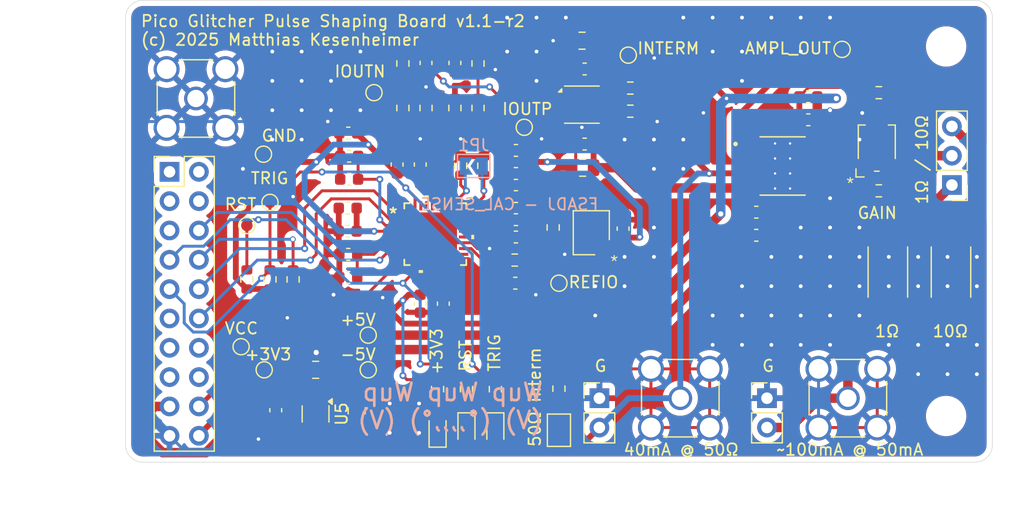
<source format=kicad_pcb>
(kicad_pcb (version 20240108) (generator "pcbnew") (generator_version "8.0")
  (layers (0 "F.Cu" signal) (31 "B.Cu" signal) (34 "B.Paste" user) (35 "F.Paste" user) (36 "B.SilkS" user "B.Silkscreen") (37 "F.SilkS" user "F.Silkscreen") (38 "B.Mask" user) (39 "F.Mask" user) (44 "Edge.Cuts" user))
  (net 0 "")
  (net 11 "GND")
  (net 12 "+5V")
  (net 13 "/TRIG")
  (net 14 "+3V3")
  (net 15 "/CSn")
  (net 16 "/MOSI")
  (net 17 "/MISO")
  (net 18 "VCC")
  (net 19 "/SCK")
  (net 29 "Net-(U1-CLKP)")
  (net 30 "Net-(X1-OUT+)")
  (net 31 "Net-(U1-CLKN)")
  (net 32 "Net-(X1-OUT-)")
  (net 33 "/RSTn")
  (net 34 "/LDO1")
  (net 35 "/LDO2")
  (net 36 "/REFIO")
  (net 37 "Net-(R6-Pad1)")
  (net 38 "/CLKLDO")
  (net 39 "Net-(D1-A)")
  (net 40 "Net-(D2-K)")
  (net 41 "Net-(JP1-B)")
  (net 42 "Net-(JP1-A)")
  (net 43 "Net-(D3-K)")
  (net 44 "-5V")
  (net 45 "/+IN")
  (net 46 "/-IN")
  (net 47 "/FB")
  (net 48 "/IOUTP")
  (net 49 "/IOUTN")
  (net 51 "/INTERM")
  (net 52 "/OUT")
  (net 53 "Net-(JP3-B)")
  (net 54 "Net-(J6-Pin_3)")
  (net 55 "Net-(R22-Pad2)")
  (net 56 "Net-(J6-Pin_1)")
  (net 57 "/AMPL_VIN+")
  (net 58 "/AMPL_VIN-")
  (net 59 "/AMPL_VOUT")
  (net 60 "Net-(U5-C1+)")
  (net 61 "Net-(U5-C1-)")
  (footprint "LED_SMD:LED_0603_1608Metric" (layer "F.Cu") (at 96 103.7125 -90)
    (property "Reference" "D3" (hide yes))
    (property "Value" "LED_BLUE_TRIG")
  )
  (footprint "Capacitor_SMD:C_0603_1608Metric" (layer "F.Cu") (at 89.5 92.775 90)
    (property "Reference" "C15" (hide yes))
    (property "Value" "0.1uF")
  )
  (footprint "Capacitor_SMD:C_0603_1608Metric" (layer "F.Cu") (at 103.725 78.95)
    (property "Reference" "C30" (hide yes))
    (property "Value" "0.1uF")
  )
  (footprint "TestPoint:TestPoint_Pad_D1.0mm" (layer "F.Cu") (at 85 98.5)
    (property "Reference" "TP8" (hide yes))
    (property "Value" "TP_-5V")
  )
  (footprint "Capacitor_SMD:C_0603_1608Metric" (layer "F.Cu") (at 77 102 90)
    (property "Reference" "C29" (hide yes))
    (property "Value" "0.1uF")
  )
  (footprint "Connector_PinHeader_2.54mm:PinHeader_1x03_P2.54mm_Vertical" (layer "F.Cu") (at 135.5 82.5 180)
    (property "Reference" "J6" (hide yes))
    (property "Value" "Conn_01x03_Pin")
  )
  (footprint "footprints:CP-32-12_ADI" (layer "F.Cu") (at 90.8011 86.750001)
    (property "Reference" "U1" (hide yes))
    (property "Value" "AD9102BCPZRL7")
  )
  (footprint "TestPoint:TestPoint_Pad_D1.0mm" (layer "F.Cu") (at 98.5 77.5)
    (property "Reference" "TP9" (hide yes))
    (property "Value" "TP_IOUTP")
  )
  (footprint "TestPoint:TestPoint_Pad_D1.0mm" (layer "F.Cu") (at 85 95.5)
    (property "Reference" "TP4" (hide yes))
    (property "Value" "TP_5V")
  )
  (footprint "Resistor_SMD:R_0603_1608Metric" (layer "F.Cu") (at 90 75.825 -90)
    (property "Reference" "R12" (hide yes))
    (property "Value" "120")
  )
  (footprint "Capacitor_SMD:C_0805_2012Metric" (layer "F.Cu") (at 103.5 70)
    (property "Reference" "C28" (hide yes))
    (property "Value" "2.2uF")
  )
  (footprint "Capacitor_SMD:C_0603_1608Metric" (layer "F.Cu") (at 103.725 72.45)
    (property "Reference" "C27" (hide yes))
    (property "Value" "0.1uF")
  )
  (footprint "Resistor_SMD:R_0603_1608Metric" (layer "F.Cu") (at 94.5 71.975 -90)
    (property "Reference" "R15" (hide yes))
    (property "Value" "10K")
  )
  (footprint "TestPoint:TestPoint_Pad_D1.0mm" (layer "F.Cu") (at 74.5 86)
    (property "Reference" "TP7" (hide yes))
    (property "Value" "TP_RST")
  )
  (footprint "Connector_PinHeader_2.54mm:PinHeader_1x02_P2.54mm_Vertical" (layer "F.Cu") (at 105 100.96)
    (property "Reference" "J4" (hide yes))
    (property "Value" "Conn_01x02_Pin")
  )
  (footprint "Potentiometer_SMD:Potentiometer_Bourns_TC33X_Vertical" (layer "F.Cu") (at 129 79.2 90)
    (property "Reference" "RV1" (hide yes))
    (property "Value" "1k")
  )
  (footprint "Connector_Coaxial:SMA_Amphenol_901-144_Vertical" (layer "F.Cu") (at 112 100.96)
    (property "Reference" "J2" (hide yes))
    (property "Value" "Conn_Coaxial")
  )
  (footprint "Resistor_SMD:R_0603_1608Metric" (layer "F.Cu") (at 97.675 89 180)
    (property "Reference" "R6" (hide yes))
    (property "Value" "1k")
  )
  (footprint "Capacitor_SMD:C_0603_1608Metric" (layer "F.Cu") (at 97.775 85.5 180)
    (property "Reference" "C1" (hide yes))
    (property "Value" "0.1uF")
  )
  (footprint "Capacitor_SMD:C_0603_1608Metric" (layer "F.Cu") (at 97.775 83.5 180)
    (property "Reference" "C9" (hide yes))
    (property "Value" "0.1uF")
  )
  (footprint "Capacitor_SMD:C_0603_1608Metric" (layer "F.Cu") (at 90 71.925 -90)
    (property "Reference" "C26" (hide yes))
    (property "Value" "1.5pF")
  )
  (footprint "Connector_PinHeader_2.54mm:PinHeader_2x10_P2.54mm_Vertical" (layer "F.Cu") (at 67.81 81.354)
    (property "Reference" "J1" (hide yes))
    (property "Value" "Conn_02x10_Odd_Even")
  )
  (footprint "Resistor_SMD:R_2512_6332Metric" (layer "F.Cu") (at 135.42 90.0375 90)
    (property "Reference" "R20" (hide yes))
    (property "Value" "10")
  )
  (footprint "Capacitor_SMD:C_0603_1608Metric" (layer "F.Cu") (at 83.35 82)
    (property "Reference" "C6" (hide yes))
    (property "Value" "0.1uF")
  )
  (footprint "TestPoint:TestPoint_Pad_D1.0mm" (layer "F.Cu") (at 107.5 71.25)
    (property "Reference" "TP11" (hide yes))
    (property "Value" "TP_INTERM")
  )
  (footprint "Resistor_SMD:R_0603_1608Metric" (layer "F.Cu") (at 76.5 90.675 90)
    (property "Reference" "R2" (hide yes))
    (property "Value" "4.7k")
  )
  (footprint "Resistor_SMD:R_0603_1608Metric" (layer "F.Cu") (at 107.675 76.1025 180)
    (property "Reference" "R17" (hide yes))
    (property "Value" "10K")
  )
  (footprint "Capacitor_SMD:C_0603_1608Metric" (layer "F.Cu") (at 83.225 84.5)
    (property "Reference" "C13" (hide yes))
    (property "Value" "0.1uF")
  )
  (footprint "Resistor_SMD:R_0603_1608Metric" (layer "F.Cu") (at 107.675 74.1025)
    (property "Reference" "R18" (hide yes))
    (property "Value" "49.9")
  )
  (footprint "TestPoint:TestPoint_Pad_D1.0mm" (layer "F.Cu") (at 85.5 74.5)
    (property "Reference" "TP10" (hide yes))
    (property "Value" "TP_IOUTP")
  )
  (footprint "Capacitor_SMD:C_0603_1608Metric" (layer "F.Cu") (at 97.775 87 180)
    (property "Reference" "C2" (hide yes))
    (property "Value" "0.1uF")
  )
  (footprint "Capacitor_SMD:C_0603_1608Metric" (layer "F.Cu") (at 83.35 80)
    (property "Reference" "C7" (hide yes))
    (property "Value" "100pF")
  )
  (footprint "Oscillator:Oscillator_SMD_SiTime_PQFD-6L_3.2x2.5mm" (layer "F.Cu") (at 104.3 86.625 180)
    (property "Reference" "X1" (hide yes))
    (property "Value" "OB3225125MLDB6SI-00")
  )
  (footprint "TestPoint:TestPoint_Pad_D1.0mm" (layer "F.Cu") (at 76 98.5)
    (property "Reference" "TP3" (hide yes))
    (property "Value" "TP_3.3V")
  )
  (footprint "Connector_Coaxial:SMA_Amphenol_901-144_Vertical" (layer "F.Cu") (at 126.5 100.96)
    (property "Reference" "J3" (hide yes))
    (property "Value" "Conn_Coaxial")
  )
  (footprint "footprints:VREG_LM5017MR_NOPB" (layer "F.Cu") (at 120.85 80.85)
    (property "Reference" "U4" (hide yes))
    (property "Value" "THS3091DDAR")
  )
  (footprint "Resistor_SMD:R_0603_1608Metric" (layer "F.Cu") (at 93 80.825 90)
    (property "Reference" "R5" (hide yes))
    (property "Value" "6.8k")
  )
  (footprint "Capacitor_SMD:C_0603_1608Metric" (layer "F.Cu") (at 118.575 84.85 180)
    (property "Reference" "C23" (hide yes))
    (property "Value" "0.1uF")
  )
  (footprint "TestPoint:TestPoint_Pad_D1.0mm" (layer "F.Cu") (at 126 70.75)
    (property "Reference" "TP12" (hide yes))
    (property "Value" "TP_OUT")
  )
  (footprint "Package_CSP:LFCSP-8-1EP_3x3mm_P0.5mm_EP1.45x1.74mm" (layer "F.Cu") (at 103.485 75.5375)
    (property "Reference" "U3" (hide yes))
    (property "Value" "ADA4817-1ACP")
  )
  (footprint "Resistor_SMD:R_0603_1608Metric" (layer "F.Cu") (at 92.5 75.825 90)
    (property "Reference" "R11" (hide yes))
    (property "Value" "560")
  )
  (footprint "Capacitor_SMD:C_0805_2012Metric" (layer "F.Cu") (at 103.55 81)
    (property "Reference" "C31" (hide yes))
    (property "Value" "2.2uF")
  )
  (footprint "Capacitor_SMD:C_0603_1608Metric" (layer "F.Cu") (at 97.775 79.5 180)
    (property "Reference" "C17" (hide yes))
    (property "Value" "0.1uF")
  )
  (footprint "Capacitor_SMD:C_0805_2012Metric" (layer "F.Cu") (at 84 102.05 90)
    (property "Reference" "C19" (hide yes))
    (property "Value" "1uF")
  )
  (footprint "Resistor_SMD:R_0603_1608Metric" (layer "F.Cu") (at 88 75.825 -90)
    (property "Reference" "R14" (hide yes))
    (property "Value" "10k")
  )
  (footprint "MountingHole:MountingHole_3mm" (layer "F.Cu") (at 135 70.5)
    (property "Reference" "H1" (hide yes))
    (property "Value" "MountingHole")
  )
  (footprint "LED_SMD:LED_0603_1608Metric" (layer "F.Cu") (at 93.5 103.7125 -90)
    (property "Reference" "D2" (hide yes))
    (property "Value" "LED_GREEN_RESET")
  )
  (footprint "Resistor_SMD:R_0603_1608Metric" (layer "F.Cu") (at 94.5 75.825 -90)
    (property "Reference" "R13" (hide yes))
    (property "Value" "10K")
  )
  (footprint "TestPoint:TestPoint_Pad_D1.0mm" (layer "F.Cu") (at 76.5 84)
    (property "Reference" "TP6" (hide yes))
    (property "Value" "TP_TRIG")
  )
  (footprint "Capacitor_SMD:C_0603_1608Metric" (layer "F.Cu") (at 118.575 86.85 180)
    (property "Reference" "C24" (hide yes))
    (property "Value" "100pF")
  )
  (footprint "TestPoint:TestPoint_Pad_D1.0mm" (layer "F.Cu") (at 75.938 79.83)
    (property "Reference" "TP2" (hide yes))
    (property "Value" "TP_GND")
  )
  (footprint "Resistor_SMD:R_0603_1608Metric" (layer "F.Cu") (at 101.5 100.135 -90)
    (property "Reference" "R21" (hide yes))
    (property "Value" "49.9")
  )
  (footprint "Resistor_SMD:R_0603_1608Metric" (layer "F.Cu") (at 91 100.175 -90)
    (property "Reference" "R8" (hide yes))
    (property "Value" "150")
  )
  (footprint "TestPoint:TestPoint_Pad_D1.0mm" (layer "F.Cu") (at 101.5 91)
    (property "Reference" "TP1" (hide yes))
    (property "Value" "TP_REFIO")
  )
  (footprint "Capacitor_SMD:C_0603_1608Metric" (layer "F.Cu") (at 83.225 86.5)
    (property "Reference" "C12" (hide yes))
    (property "Value" "100pF")
  )
  (footprint "Jumper:SolderJumper-2_P1.3mm_Open_TrianglePad1.0x1.5mm" (layer "F.Cu") (at 101.5 103.735 90)
    (property "Reference" "JP3" (hide yes))
    (property "Value" "SolderJumper_2_Open")
  )
  (footprint "Resistor_SMD:R_0603_1608Metric" (layer "F.Cu") (at 129.175 74.5 180)
    (property "Reference" "R19" (hide yes))
    (property "Value" "500")
  )
  (footprint "Capacitor_SMD:C_0603_1608Metric" (layer "F.Cu") (at 123.075 74.85)
    (property "Reference" "C22" (hide yes))
    (property "Value" "100pF")
  )
  (footprint "Resistor_SMD:R_0603_1608Metric" (layer "F.Cu") (at 96 100.175 90)
    (property "Reference" "R10" (hide yes))
    (property "Value" "150")
  )
  (footprint "Resistor_SMD:R_0603_1608Metric" (layer "F.Cu") (at 74.5 90.675 90)
    (property "Reference" "R1" (hide yes))
    (property "Value" "4.7k")
  )
  (footprint "Resistor_SMD:R_0603_1608Metric" (layer "F.Cu") (at 95 80.825 90)
    (property "Reference" "R7" (hide yes))
    (property "Value" "6.8k")
  )
  (footprint "Capacitor_SMD:C_0603_1608Metric" (layer "F.Cu") (at 97.725 91 180)
    (property "Reference" "C8" (hide yes))
    (property "Value" "0.1uF")
  )
  (footprint "Resistor_SMD:R_0603_1608Metric" (layer "F.Cu") (at 78.5 90.675 90)
    (property "Reference" "R3" (hide yes))
    (property "Value" "4.7k")
  )
  (footprint "Capacitor_SMD:C_0603_1608Metric" (layer "F.Cu") (at 89.5 80.725 -90)
    (property "Reference" "C18" (hide yes))
    (property "Value" "100pF")
  )
  (footprint "Capacitor_SMD:C_0603_1608Metric" (layer "F.Cu") (at 83.275 78)
    (property "Reference" "C16" (hide yes))
    (property "Value" "100pF")
  )
  (footprint "Connector_Coaxial:SMA_Amphenol_901-144_Vertical" (layer "F.Cu") (at 70.096 75.004)
    (property "Reference" "J7" (hide yes))
    (property "Value" "Conn_Coaxial")
  )
  (footprint "Capacitor_SMD:C_0603_1608Metric" (layer "F.Cu") (at 91.5 92.775 90)
    (property "Reference" "C14" (hide yes))
    (property "Value" "100pF")
  )
  (footprint "Connector_PinHeader_2.54mm:PinHeader_1x02_P2.54mm_Vertical" (layer "F.Cu") (at 119.5 100.96)
    (property "Reference" "J5" (hide yes))
    (property "Value" "Conn_01x02_Pin")
  )
  (footprint "Capacitor_SMD:C_0603_1608Metric" (layer "F.Cu") (at 123.075 76.85)
    (property "Reference" "C21" (hide yes))
    (property "Value" "0.1uF")
  )
  (footprint "Capacitor_SMD:C_0603_1608Metric" (layer "F.Cu") (at 97.775 81.5 180)
    (property "Reference" "C10" (hide yes))
    (property "Value" "100pF")
  )
  (footprint "Capacitor_SMD:C_0603_1608Metric" (layer "F.Cu") (at 92.5 71.925 -90)
    (property "Reference" "C25" (hide yes))
    (property "Value" "1.5pF")
  )
  (footprint "Capacitor_SMD:C_0805_2012Metric" (layer "F.Cu") (at 80.45 98.5)
    (property "Reference" "C20" (hide yes))
    (property "Value" "1uF")
  )
  (footprint "Resistor_SMD:R_0603_1608Metric" (layer "F.Cu") (at 101 86.175 -90)
    (property "Reference" "R4" (hide yes))
    (property "Value" "100")
  )
  (footprint "MountingHole:MountingHole_3mm" (layer "F.Cu") (at 135 102.5)
    (property "Reference" "H2" (hide yes))
    (property "Value" "MountingHole")
  )
  (footprint "Capacitor_SMD:C_0603_1608Metric" (layer "F.Cu") (at 83.275 90.5)
    (property "Reference" "C4" (hide yes))
    (property "Value" "0.1uF")
  )
  (footprint "Resistor_SMD:R_2512_6332Metric" (layer "F.Cu") (at 129.9575 90.0375 90)
    (property "Reference" "R23" (hide yes))
    (property "Value" "1")
  )
  (footprint "Capacitor_SMD:C_0603_1608Metric" (layer "F.Cu") (at 107.05 86.275 -90)
    (property "Reference" "C3" (hide yes))
    (property "Value" "0.1uF")
  )
  (footprint "Resistor_SMD:R_0603_1608Metric" (layer "F.Cu") (at 93.5 100.175 90)
    (property "Reference" "R9" (hide yes))
    (property "Value" "150")
  )
  (footprint "Capacitor_SMD:C_0603_1608Metric" (layer "F.Cu") (at 83.275 88.5)
    (property "Reference" "C5" (hide yes))
    (property "Value" "100pF")
  )
  (footprint "Resistor_SMD:R_0603_1608Metric" (layer "F.Cu") (at 129.175 83 180)
    (property "Reference" "R22" (hide yes))
    (property "Value" "500")
  )
  (footprint "Capacitor_SMD:C_0603_1608Metric" (layer "F.Cu") (at 87.5 80.725 -90)
    (property "Reference" "C11" (hide yes))
    (property "Value" "0.1uF")
  )
  (footprint "TestPoint:TestPoint_Pad_D1.0mm" (layer "F.Cu") (at 74 96.5)
    (property "Reference" "TP5" (hide yes))
    (property "Value" "TP_VCC")
  )
  (footprint "Resistor_SMD:R_0603_1608Metric" (layer "F.Cu") (at 88 71.975 -90)
    (property "Reference" "R16" (hide yes))
    (property "Value" "10K")
  )
  (footprint "LED_SMD:LED_0603_1608Metric" (layer "F.Cu") (at 91 103.7125 90)
    (property "Reference" "D1" (hide yes))
    (property "Value" "LED_RED_3.3V")
  )
  (footprint "Package_TO_SOT_SMD:SOT-363_SC-70-6" (layer "F.Cu") (at 80.444 102.324 -90)
    (property "Reference" "U5")
    (property "Value" "~")
  )
  (footprint "Jumper:SolderJumper-2_P1.3mm_Open_TrianglePad1.0x1.5mm" (layer "B.Cu") (at 94.125 80.85 180)
    (property "Reference" "JP1")
    (property "Value" "SolderJumper_2_Open")
  )
  (gr_arc (start 137.5 66.5) (mid 138.56066 66.93934) (end 139 68) (stroke (width 0.05)) (layer "Edge.Cuts"))
  (gr_line (start 139 105) (end 139 68) (stroke (width 0.05)) (layer "Edge.Cuts"))
  (gr_line (start 64 68) (end 64 105) (stroke (width 0.05)) (layer "Edge.Cuts"))
  (gr_arc (start 64 68) (mid 64.43934 66.93934) (end 65.5 66.5) (stroke (width 0.05)) (layer "Edge.Cuts"))
  (gr_arc (start 139 105) (mid 138.56066 106.06066) (end 137.5 106.5) (stroke (width 0.05)) (layer "Edge.Cuts"))
  (gr_arc (start 65.5 106.5) (mid 64.43934 106.06066) (end 64 105) (stroke (width 0.05)) (layer "Edge.Cuts"))
  (gr_line (start 137.5 66.5) (end 65.5 66.5) (stroke (width 0.05)) (layer "Edge.Cuts"))
  (gr_line (start 65.5 106.5) (end 137.5 106.5) (stroke (width 0.05)) (layer "Edge.Cuts"))
  (gr_text "Wup Wup Wup\n(V) (°,,,,°) (V) " (at 100.25 103.735 0) (layer "B.SilkS") (effects (font (size 1.5 1.5) (thickness 0.23)) (justify left bottom mirror)))
  (gr_text "FSADJ - CAL_SENSE" (at 105 84.75 0) (layer "B.SilkS") (effects (font (size 1 1)) (justify left bottom mirror)))
  (gr_text "-5V" (at 82.5 97.75 0) (layer "F.SilkS") (effects (font (size 1 1)) (justify left bottom)))
  (gr_text "40mA @ 50Ω" (at 107 106 0) (layer "F.SilkS") (effects (font (size 1 1)) (justify left bottom)))
  (gr_text "RST" (at 72.5 84.75 0) (layer "F.SilkS") (effects (font (size 1 1)) (justify left bottom)))
  (gr_text "1Ω / 10Ω" (at 133.5 84.25 90) (layer "F.SilkS") (effects (font (size 1 1)) (justify left bottom)))
  (gr_text "VCC" (at 72.5 95.5 0) (layer "F.SilkS") (effects (font (size 1 1)) (justify left bottom)))
  (gr_text "10Ω" (at 133.75 95.75 0) (layer "F.SilkS") (effects (font (size 1 1)) (justify left bottom)))
  (gr_text "G" (at 104.5 98.75 0) (layer "F.SilkS") (effects (font (size 1 1)) (justify left bottom)))
  (gr_text "AMPL_OUT" (at 117.5 71.25 0) (layer "F.SilkS") (effects (font (size 1 1)) (justify left bottom)))
  (gr_text "IOUTP" (at 96.5 76.5 0) (layer "F.SilkS") (effects (font (size 1 1)) (justify left bottom)))
  (gr_text "50Ω interm" (at 100 105.25 90) (layer "F.SilkS") (effects (font (size 1 1)) (justify left bottom)))
  (gr_text "Pico Glitcher Pulse Shaping Board v1.1-r2\n(c) 2025 Matthias Kesenheimer" (at 65.25 70.5 0) (layer "F.SilkS") (effects (font (size 1 1)) (justify left bottom)))
  (gr_text "+5V" (at 82.5 94.75 0) (layer "F.SilkS") (effects (font (size 1 1)) (justify left bottom)))
  (gr_text "GAIN" (at 127.25 85.5 0) (layer "F.SilkS") (effects (font (size 1 1)) (justify left bottom)))
  (gr_text "1Ω" (at 128.75 95.75 0) (layer "F.SilkS") (effects (font (size 1 1)) (justify left bottom)))
  (gr_text "~100mA @ 50mA" (at 120.25 106 0) (layer "F.SilkS") (effects (font (size 1 1)) (justify left bottom)))
  (gr_text "G" (at 119 98.75 0) (layer "F.SilkS") (effects (font (size 1 1)) (justify left bottom)))
  (gr_text "INTERM" (at 108.2 71.25 0) (layer "F.SilkS") (effects (font (size 1 1)) (justify left bottom)))
  (gr_text "GND" (at 75.684 78.814 0) (layer "F.SilkS") (effects (font (size 1 1)) (justify left bottom)))
  (gr_text "*" (at 105.8338 89.736 0) (layer "F.SilkS") (effects (font (size 1 1) (thickness 0.1)) (justify left bottom)))
  (gr_text "TRIG" (at 74.75 82.5 0) (layer "F.SilkS") (effects (font (size 1 1)) (justify left bottom)))
  (gr_text "IOUTN" (at 82 73.25 0) (layer "F.SilkS") (effects (font (size 1 1)) (justify left bottom)))
  (gr_text "REFIO" (at 102.25 91.5 0) (layer "F.SilkS") (effects (font (size 1 1)) (justify left bottom)))
  (gr_text "+3V3" (at 74.25 97.75 0) (layer "F.SilkS") (effects (font (size 1 1)) (justify left bottom)))
  (gr_text "TRIG" (at 96.5 98.75 90) (layer "F.SilkS") (effects (font (size 1 1)) (justify left bottom)))
  (gr_text "RST" (at 94 98.75 90) (layer "F.SilkS") (effects (font (size 1 1)) (justify left bottom)))
  (gr_text "*" (at 126.2554 82.9796 0) (layer "F.SilkS") (effects (font (size 1 1) (thickness 0.1)) (justify left bottom)))
  (gr_text "+3V3" (at 91.5 99 90) (layer "F.SilkS") (effects (font (size 1 1)) (justify left bottom)))
  (segment (start 102.55 72.05) (end 102.95 72.45) (width 0.254) (layer "F.Cu") (net 11))
  (segment (start 93 78.5) (end 93 80) (width 0.254) (layer "F.Cu") (net 11))
  (segment (start 121 76.5) (end 120 76.5) (width 0.818) (layer "F.Cu") (net 11))
  (segment (start 92.0511 85.500001) (end 92.0511 84.298901) (width 0.254) (layer "F.Cu") (net 11))
  (segment (start 77 102.775) (end 77 103) (width 0.254) (layer "F.Cu") (net 11))
  (segment (start 90.8011 86.750001) (end 92.0511 85.500001) (width 0.254) (layer "F.Cu") (net 11))
  (segment (start 114.54 103.5) (end 117 101.04) (width 0.254) (layer "F.Cu") (net 11))
  (segment (start 75.5 104.5) (end 75.75 104.25) (width 0.254) (layer "F.Cu") (net 11))
  (segment (start 90.8011 86.750001) (end 92.0511 88.000001) (width 0.254) (layer "F.Cu") (net 11))
  (segment (start 102.95 78.95) (end 102.95 80) (width 0.254) (layer "F.Cu") (net 11))
  (segment (start 90.8011 86.750001) (end 91.551101 87.500002) (width 0.254) (layer "F.Cu") (net 11))
  (segment (start 114.54 103.5) (end 109.46 103.5) (width 0.254) (layer "F.Cu") (net 11))
  (segment (start 93.2522 87.500002) (end 93.939601 87.500002) (width 0.254) (layer "F.Cu") (net 11))
  (segment (start 119 77.5) (end 119.4 77.5) (width 0.818) (layer "F.Cu") (net 11))
  (segment (start 102.6 81.1) (end 105.1 83.6) (width 0.254) (layer "F.Cu") (net 11))
  (segment (start 82.5 90.5) (end 82.5 88.5) (width 0.254) (layer "F.Cu") (net 11))
  (segment (start 121 76.5) (end 121 77.5) (width 0.818) (layer "F.Cu") (net 11))
  (segment (start 122 84.5) (end 122 85.5) (width 0.818) (layer "F.Cu") (net 11))
  (segment (start 121.637717 80.85) (end 120.85 80.85) (width 0.254) (layer "F.Cu") (net 11))
  (segment (start 82.5 91.5) (end 82 92) (width 0.254) (layer "F.Cu") (net 11))
  (segment (start 120.2 78.3) (end 121 77.5) (width 0.818) (layer "F.Cu") (net 11))
  (segment (start 82.5 90.5) (end 82.5 91.5) (width 0.254) (layer "F.Cu") (net 11))
  (segment (start 94.65 71.15) (end 96 72.5) (width 0.254) (layer "F.Cu") (net 11))
  (segment (start 119.35 83.65) (end 120.2 82.8) (width 0.818) (layer "F.Cu") (net 11))
  (segment (start 96.7355 105.2645) (end 98.5 103.5) (width 0.254) (layer "F.Cu") (net 11))
  (segment (start 102.55 70) (end 102.55 72.05) (width 0.254) (layer "F.Cu") (net 11))
  (segment (start 121.5 78.9) (end 121.5 78.5) (width 0.818) (layer "F.Cu") (net 11))
  (segment (start 114.54 98.42) (end 114.54 103.5) (width 0.254) (layer "F.Cu") (net 11))
  (segment (start 93 92.5) (end 91.95 93.55) (width 0.254) (layer "F.Cu") (net 11))
  (segment (start 77 103) (end 75.5 104.5) (width 0.254) (layer "F.Cu") (net 11))
  (segment (start 120.2 82.8) (end 119.975 83.025) (width 0.818) (layer "F.Cu") (net 11))
  (segment (start 109.46 98.42) (end 114.54 98.42) (width 0.254) (layer "F.Cu") (net 11))
  (segment (start 123 84.5) (end 123 85.5) (width 0.818) (layer "F.Cu") (net 11))
  (segment (start 93.939601 87.500002) (end 94.439599 88) (width 0.254) (layer "F.Cu") (net 11))
  (segment (start 119.35 84.85) (end 119.35 86.85) (width 0.254) (layer "F.Cu") (net 11))
  (segment (start 121.5 77.65) (end 121.5 81.5) (width 0.818) (layer "F.Cu") (net 11))
  (segment (start 119.35 84.85) (end 119.35 83.65) (width 0.818) (layer "F.Cu") (net 11))
  (segment (start 94.5 71.15) (end 94.65 71.15) (width 0.254) (layer "F.Cu") (net 11))
  (segment (start 92.0511 84.298901) (end 92.0511 80.9489) (width 0.254) (layer "F.Cu") (net 11))
  (segment (start 121.5 78.5) (end 122.3 77.7) (width 0.818) (layer "F.Cu") (net 11))
  (segment (start 82.45 86.5) (end 82.45 88.45) (width 0.254) (layer "F.Cu") (net 11))
  (segment (start 95 80) (end 96.302 78.698) (width 0.254) (layer "F.Cu") (net 11))
  (segment (start 121.5 82.8) (end 121.5 84) (width 0.818) (layer "F.Cu") (net 11))
  (segment (start 121.5 83) (end 123 84.5) (width 0.818) (layer "F.Cu") (net 11))
  (segment (start 122.3 76.85) (end 121.35 76.85) (width 0.818) (layer "F.Cu") (net 11))
  (segment (start 95 80) (end 93 80) (width 0.254) (layer "F.Cu") (net 11))
  (segment (start 105 100.96) (end 105 98.42) (width 0.254) (layer "F.Cu") (net 11))
  (segment (start 80.444 99.444) (end 79.5 98.5) (width 0.381) (layer "F.Cu") (net 11))
  (segment (start 120.2 78.7) (end 119 77.5) (width 0.818) (layer "F.Cu") (net 11))
  (segment (start 98.5 91) (end 99.5 92) (width 0.254) (layer "F.Cu") (net 11))
  (segment (start 120.85 83.35) (end 120.85 80.85) (width 0.818) (layer "F.Cu") (net 11))
  (segment (start 120.2 80.2) (end 121.5 80.2) (width 0.254) (layer "F.Cu") (net 11))
  (segment (start 120.2 81.5) (end 121.5 81.5) (width 0.254) (layer "F.Cu") (net 11))
  (segment (start 103.485 77.5) (end 103.485 78.415) (width 0.254) (layer "F.Cu") (net 11))
  (segment (start 92.5 71.15) (end 94.5 71.15) (width 0.254) (layer "F.Cu") (net 11))
  (segment (start 92.0511 90.5511) (end 93 91.5) (width 0.254) (layer "F.Cu") (net 11))
  (segment (start 120 82.6) (end 120.2 82.8) (width 0.818) (layer "F.Cu") (net 11))
  (segment (start 121.5 82.8) (end 121.5 83) (width 0.818) (layer "F.Cu") (net 11))
  (segment (start 92.0511 88.000001) (end 92.0511 89.201101) (width 0.254) (layer "F.Cu") (net 11))
  (segment (start 123 85.5) (end 122 85.5) (width 0.818) (layer "F.Cu") (net 11))
  (segment (start 91.95 93.55) (end 91.5 93.55) (width 0.254) (layer "F.Cu") (net 11))
  (segment (start 99 79.5) (end 100 78.5) (width 0.254) (layer "F.Cu") (net 11))
  (segment (start 121.5 84) (end 121 84.5) (width 0.818) (layer "F.Cu") (net 11))
  (segment (start 102.6 81) (end 102.6 81.1) (width 0.254) (layer "F.Cu") (net 11))
  (segment (start 122.3 74.85) (end 122.3 76.85) (width 0.254) (layer "F.Cu") (net 11))
  (segment (start 92.0511 80.9489) (end 93 80) (width 0.254) (layer "F.Cu") (net 11))
  (segment (start 93 91.5) (end 93 92.5) (width 0.254) (layer "F.Cu") (net 11))
  (segment (start 100.19 99.31) (end 101.5 99.31) (width 0.254) (layer "F.Cu") (net 11))
  (segment (start 102.95 80) (end 102.95 80.65) (width 0.254) (layer "F.Cu") (net 11))
  (segment (start 82.45 88.45) (end 82.5 88.5) (width 0.254) (layer "F.Cu") (net 11))
  (segment (start 98.5 103.5) (end 98.5 101) (width 0.254) (layer "F.Cu") (net 11))
  (segment (start 82.575 78.075) (end 82.5 78) (width 0.254) (layer "F.Cu") (net 11))
  (segment (start 121 82.3) (end 121.5 82.8) (width 0.818) (layer "F.Cu") (net 11))
  (segment (start 119 76.5) (end 120 76.5) (width 0.818) (layer "F.Cu") (net 11))
  (segment (start 96.302 78.698) (end 97.748 78.698) (width 0.254) (layer "F.Cu") (net 11))
  (segment (start 119.35 84.85) (end 120.65 84.85) (width 0.818) (layer "F.Cu") (net 11))
  (segment (start 105.1 85.5) (end 107.05 85.5) (width 0.254) (layer "F.Cu") (net 11))
  (segment (start 90.051099 86) (end 88.35 86) (width 0.254) (layer "F.Cu") (net 11))
  (segment (start 108.5 76.1025) (end 109.1025 76.1025) (width 0.254) (layer "F.Cu") (net 11))
  (segment (start 105.1 83.6) (end 105.1 85.5) (width 0.254) (layer "F.Cu") (net 11))
  (segment (start 121.5 84) (end 122 84.5) (width 0.818) (layer "F.Cu") (net 11))
  (segment (start 120.2 78.9) (end 120.2 82.8) (width 0.254) (layer "F.Cu") (net 11))
  (segment (start 120.2 78.9) (end 121.5 78.9) (width 0.254) (layer "F.Cu") (net 11))
  (segment (start 119 76.5) (end 119 77.5) (width 0.818) (layer "F.Cu") (net 11))
  (segment (start 119.35 84.85) (end 119.975 84.225) (width 0.818) (layer "F.Cu") (net 11))
  (segment (start 117 101) (end 117.04 100.96) (width 0.254) (layer "F.Cu") (net 11))
  (segment (start 102.6 81) (end 102.1 81.5) (width 0.254) (layer "F.Cu") (net 11))
  (segment (start 80.444 101.374) (end 80.444 99.444) (width 0.381) (layer "F.Cu") (net 11))
  (segment (start 120.65 84.85) (end 121 84.5) (width 0.818) (layer "F.Cu") (net 11))
  (segment (start 82.575 80) (end 82.575 78.075) (width 0.254) (layer "F.Cu") (net 11))
  (segment (start 91 104.5) (end 91.7645 105.2645) (width 0.254) (layer "F.Cu") (net 11))
  (segment (start 122.3 77.7) (end 122.3 76.85) (width 0.818) (layer "F.Cu") (net 11))
  (segment (start 121.5 78.9) (end 121.5 82.8) (width 0.254) (layer "F.Cu") (net 11))
  (segment (start 120.2 78.9) (end 120.2 78.7) (width 0.818) (layer "F.Cu") (net 11))
  (segment (start 109.46 98.42) (end 105 98.42) (width 0.254) (layer "F.Cu") (net 11))
  (segment (start 129.04 103.5) (end 129.04 98.42) (width 0.254) (layer "F.Cu") (net 11))
  (segment (start 103.485 75.5375) (end 103.485 77.5) (width 0.254) (layer "F.Cu") (net 11))
  (segment (start 119.975 83.025) (end 119.975 84.225) (width 0.818) (layer "F.Cu") (net 11))
  (segment (start 90 75) (end 90 74) (width 0.254) (layer "F.Cu") (net 11))
  (segment (start 123.96 103.5) (end 129.04 103.5) (width 0.254) (layer "F.Cu") (net 11))
  (segment (start 98.55 81.5) (end 98.55 83.5) (width 0.254) (layer "F.Cu") (net 11))
  (segment (start 122 85.5) (end 121 85.5) (width 0.818) (layer "F.Cu") (net 11))
  (segment (start 109.1025 76.1025) (end 110 77) (width 0.254) (layer "F.Cu") (net 11))
  (segment (start 109.46 103.5) (end 109.46 98.42) (width 0.254) (layer "F.Cu") (net 11))
  (segment (start 82.45 84.5) (end 82.45 86.5) (width 0.254) (layer "F.Cu") (net 11))
  (segment (start 87.5 79.95) (end 89.5 79.95) (width 0.254) (layer "F.Cu") (net 11))
  (segment (start 121 77.5) (end 121 82.3) (width 0.818) (layer "F.Cu") (net 11))
  (segment (start 92.5 75) (end 90 75) (width 0.254) (layer "F.Cu") (net 11))
  (segment (start 105 98.42) (end 102.39 98.42) (width 0.254) (layer "F.Cu") (net 11))
  (segment (start 79.5 98.5) (end 79.5 98) (width 0.818) (layer "F.Cu") (net 11))
  (segment (start 102.95 80.65) (end 102.6 81) (width 0.254) (layer "F.Cu") (net 11))
  (segment (start 103.485 78.415) (end 102.95 78.95) (width 0.254) (layer "F.Cu") (net 11))
  (segment (start 117 101.04) (end 117 101) (width 0.254) (layer "F.Cu") (net 11))
  (segment (start 94.439599 88) (end 95.5 88) (width 0.254) (layer "F.Cu") (net 11))
  (segment (start 102.55 70) (end 101 70) (width 0.254) (layer "F.Cu") (net 11))
  (segment (start 97.748 78.698) (end 98.55 79.5) (width 0.254) (layer "F.Cu") (net 11))
  (segment (start 119.5 100.96) (end 121.42 100.96) (width 0.254) (layer "F.Cu") (net 11))
  (segment (start 120 77.5) (end 120 76.5) (width 0.818) (layer "F.Cu") (net 11))
  (segment (start 81.5 77) (end 82.5 78) (width 0.254) (layer "F.Cu") (net 11))
  (segment (start 121.42 100.96) (end 123.96 98.42) (width 0.254) (layer "F.Cu") (net 11))
  (segment (start 120.2 78.9) (end 120.2 78.3) (width 0.818) (layer "F.Cu") (net 11))
  (segment (start 121 85.5) (end 121 84.5) (width 0.818) (layer "F.Cu") (net 11))
  (segment (start 127.898 74.048) (end 123.102 74.048) (width 0.254) (layer "F.Cu") (net 11))
  (segment (start 122.3 76.85) (end 121.5 77.65) (width 0.818) (layer "F.Cu") (net 11))
  (segment (start 90.8011 86.750001) (end 90.051099 86) (width 0.254) (layer "F.Cu") (net 11))
  (segment (start 117.04 100.96) (end 119.5 100.96) (width 0.254) (layer "F.Cu") (net 11))
  (segment (start 102.39 98.42) (end 101.5 99.31) (width 0.254) (layer "F.Cu") (net 11))
  (segment (start 121.35 76.85) (end 121 76.5) (width 0.818) (layer "F.Cu") (net 11))
  (segment (start 92.0511 89.201101) (end 92.0511 90.5511) (width 0.254) (layer "F.Cu") (net 11))
  (segment (start 91.5 93.55) (end 89.5 93.55) (width 0.254) (layer "F.Cu") (net 11))
  (segment (start 98.5 101) (end 100.19 99.31) (width 0.254) (layer "F.Cu") (net 11))
  (segment (start 120.2 82.8) (end 121.5 82.8) (width 0.254) (layer "F.Cu") (net 11))
  (segment (start 102.1 81.5) (end 98.55 81.5) (width 0.254) (layer "F.Cu") (net 11))
  (segment (start 82.575 80) (end 82.575 82) (width 0.254) (layer "F.Cu") (net 11))
  (segment (start 128.35 74.5) (end 127.898 74.048) (width 0.254) (layer "F.Cu") (net 11))
  (segment (start 121 77.5) (end 120 77.5) (width 0.818) (layer "F.Cu") (net 11))
  (segment (start 119.975 84.225) (end 120.85 83.35) (width 0.818) (layer "F.Cu") (net 11))
  (segment (start 91.551101 87.500002) (end 93.2522 87.500002) (width 0.254) (layer "F.Cu") (net 11))
  (segment (start 119.4 77.5) (end 120.2 78.3) (width 0.818) (layer "F.Cu") (net 11))
  (segment (start 123.102 74.048) (end 122.3 74.85) (width 0.254) (layer "F.Cu") (net 11))
  (segment (start 98.55 79.5) (end 99 79.5) (width 0.254) (layer "F.Cu") (net 11))
  (segment (start 91.7645 105.2645) (end 96.7355 105.2645) (width 0.254) (layer "F.Cu") (net 11))
  (segment (start 89.5 79.95) (end 89.5 78.5) (width 0.254) (layer "F.Cu") (net 11))
  (segment (start 120 77.5) (end 120 82.6) (width 0.818) (layer "F.Cu") (net 11))
  (segment (start 79.5 98) (end 80.5 97) (width 0.818) (layer "F.Cu") (net 11))
  (via (at 124.96 83.64) (size 0.5) (drill 0.33) (layers "F.Cu" "B.Cu") (net 11))
  (via (at 132.58 98.88) (size 0.5) (drill 0.33) (layers "F.Cu" "B.Cu") (net 11))
  (via (at 119.88 93.8) (size 0.5) (drill 0.33) (layers "F.Cu" "B.Cu") (net 11))
  (via (at 130.04 88.72) (size 0.5) (drill 0.33) (layers "F.Cu" "B.Cu") (net 11))
  (via (at 102 88.5) (size 0.6) (drill 0.3) (layers "F.Cu" "B.Cu") (net 11))
  (via (at 117.34 96.34) (size 0.5) (drill 0.33) (layers "F.Cu" "B.Cu") (net 11))
  (via (at 82 92) (size 0.5) (drill 0.33) (layers "F.Cu" "B.Cu") (net 11))
  (via (at 124.96 86.18) (size 0.5) (drill 0.33) (layers "F.Cu" "B.Cu") (net 11))
  (via (at 104.64 93.8) (size 0.5) (drill 0.33) (layers "F.Cu" "B.Cu") (net 11))
  (via (at 81.5 77) (size 0.6) (drill 0.3) (layers "F.Cu" "B.Cu") (net 11))
  (via (at 112.26 68) (size 0.5) (drill 0.33) (layers "F.Cu" "B.Cu") (net 11))
  (via (at 119.88 88.72) (size 0.5) (drill 0.33) (layers "F.Cu" "B.Cu") (net 11))
  (via (at 81.78 73.48) (size 0.5) (drill 0.33) (layers "F.Cu" "B.Cu") (net 11))
  (via (at 112.26 81.1) (size 0.5) (drill 0.33) (layers "F.Cu" "B.Cu") (net 11))
  (via (at 114.8 68) (size 0.5) (drill 0.33) (layers "F.Cu" "B.Cu") (net 11))
  (via (at 117.34 93.8) (size 0.5) (drill 0.33) (layers "F.Cu" "B.Cu") (net 11))
  (via (at 127.5 86.18) (size 0.5) (drill 0.33) (layers "F.Cu" "B.Cu") (net 11))
  (via (at 112.26 78.56) (size 0.5) (drill 0.33) (layers "F.Cu" "B.Cu") (net 11))
  (via (at 124.96 91.26) (size 0.5) (drill 0.33) (layers "F.Cu" "B.Cu") (net 11))
  (via (at 117.34 73.48) (size 0.5) (drill 0.33) (layers "F.Cu" "B.Cu") (net 11))
  (via (at 117.34 70.94) (size 0.5) (drill 0.33) (layers "F.Cu" "B.Cu") (net 11))
  (via (at 130.04 91.26) (size 0.5) (drill 0.33) (layers "F.Cu" "B.Cu") (net 11))
  (via (at 135.12 98.88) (size 0.5) (drill 0.33) (layers "F.Cu" "B.Cu") (net 11))
  (via (at 114.8 96.34) (size 0.5) (drill 0.33) (layers "F.Cu" "B.Cu") (net 11))
  (via (at 100 78.5) (size 0.6) (drill 0.3) (layers "F.Cu" "B.Cu") (net 11))
  (via (at 109.75 71.5) (size 0.6) (drill 0.3) (layers "F.Cu" "B.Cu") (net 11))
  (via (at 137.66 96.34) (size 0.5) (drill 0.33) (layers "F.Cu" "B.Cu") (net 11))
  (via (at 109.72 86.18) (size 0.5) (drill 0.33) (layers "F.Cu" "B.Cu") (net 11))
  (via (at 84.32 76.02) (size 0.5) (drill 0.33) (layers "F.Cu" "B.Cu") (net 11))
  (via (at 130.04 96.34) (size 0.5) (drill 0.33) (layers "F.Cu" "B.Cu") (net 11))
  (via (at 137.66 98.88) (size 0.5) (drill 0.33) (layers "F.Cu" "B.Cu") (net 11))
  (via (at 86.86 103.96) (size 0.5) (drill 0.33) (layers "F.Cu" "B.Cu") (net 11))
  (via (at 109.72 81.1) (size 0.5) (drill 0.33) (layers "F.Cu" "B.Cu") (net 11))
  (via (at 81.78 70.94) (size 0.5) (drill 0.33) (layers "F.Cu" "B.Cu") (net 11))
  (via (at 89.4 103.96) (size 0.5) (drill 0.33) (layers "F.Cu" "B.Cu") (net 11))
  (via (at 110 77) (size 0.6) (drill 0.3) (layers "F.Cu" "B.Cu") (net 11))
  (via (at 101 70) (size 0.6) (drill 0.3) (layers "F.Cu" "B.Cu") (net 11))
  (via (at 122.42 91.26) (size 0.5) (drill 0.33) (layers "F.Cu" "B.Cu") (net 11))
  (via (at 97.02 68) (size 0.5) (drill 0.33) (layers "F.Cu" "B.Cu") (net 11))
  (via (at 124.96 68) (size 0.5) (drill 0.33) (layers "F.Cu" "B.Cu") (net 11))
  (via (at 107.18 88.72) (size 0.5) (drill 0.33) (layers "F.Cu" "B.Cu") (net 11))
  (via (at 119.88 68) (size 0.5) (drill 0.33) (layers "F.Cu" "B.Cu") (net 11))
  (via (at 76.7 76.02) (size 0.5) (drill 0.33) (layers "F.Cu" "B.Cu") (net 11))
  (via (at 89.4 101.42) (size 0.5) (drill 0.33) (layers "F.Cu" "B.Cu") (net 11))
  (via (at 79.24 73.48) (size 0.5) (drill 0.33) (layers "F.Cu" "B.Cu") (net 11))
  (via (at 86.25 92.25) (size 0.6) (drill 0.3) (layers "F.Cu" "B.Cu") (net 11))
  (via (at 117.34 68) (size 0.5) (drill 0.33) (layers "F.Cu" "B.Cu") (net 11))
  (via (at 137.66 91.26) (size 0.5) (drill 0.33) (layers "F.Cu" "B.Cu") (net 11))
  (via (at 117.34 91.26) (size 0.5) (drill 0.33) (layers "F.Cu" "B.Cu") (net 11))
  (via (at 114.8 93.8) (size 0.5) (drill 0.33) (layers "F.Cu" "B.Cu") (net 11))
  (via (at 127.74 76.26) (size 0.5) (drill 0.33) (layers "F.Cu" "B.Cu") (net 11))
  (via (at 99.56 73.48) (size 0.5) (drill 0.33) (layers "F.Cu" "B.Cu") (net 11))
  (via (at 75.5 104.5) (size 0.6) (drill 0.3) (layers "F.Cu" "B.Cu") (net 11))
  (via (at 132.58 88.72) (size 0.5) (drill 0.33) (layers "F.Cu" "B.Cu") (net 11))
  (via (at 107.18 91.26) (size 0.5) (drill 0.33) (layers "F.Cu" "B.Cu") (net 11))
  (via (at 122.42 68) (size 0.5) (drill 0.33) (layers "F.Cu" "B.Cu") (net 11))
  (via (at 103.485 77.5) (size 0.6) (drill 0.3) (layers "F.Cu" "B.Cu") (net 11))
  (via (at 132.58 91.26) (size 0.5) (drill 0.33) (layers "F.Cu" "B.Cu") (net 11))
  (via (at 124.96 96.34) (size 0.5) (drill 0.33) (layers "F.Cu" "B.Cu") (net 11))
  (via (at 99.56 70.94) (size 0.5) (drill 0.33) (layers "F.Cu" "B.Cu") (net 11))
  (via (at 76.7 78.56) (size 0.5) (drill 0.33) (layers "F.Cu" "B.Cu") (net 11))
  (via (at 124.96 88.72) (size 0.5) (drill 0.33) (layers "F.Cu" "B.Cu") (net 11))
  (via (at 124.96 93.8) (size 0.5) (drill 0.33) (layers "F.Cu" "B.Cu") (net 11))
  (via (at 90 74) (size 0.6) (drill 0.3) (layers "F.Cu" "B.Cu") (net 11))
  (via (at 119.88 96.34) (size 0.5) (drill 0.33) (layers "F.Cu" "B.Cu") (net 11))
  (via (at 127.5 93.8) (size 0.5) (drill 0.33) (layers "F.Cu" "B.Cu") (net 11))
  (via (at 114 76.25) (size 0.6) (drill 0.3) (layers "F.Cu" "B.Cu") (net 11))
  (via (at 119.88 70.94) (size 0.5) (drill 0.33) (layers "F.Cu" "B.Cu") (net 11))
  (via (at 102.1 68) (size 0.5) (drill 0.33) (layers "F.Cu" "B.Cu") (net 11))
  (via (at 76.7 73.48) (size 0.5) (drill 0.33) (layers "F.Cu" "B.Cu") (net 11))
  (via (at 122.42 93.8) (size 0.5) (drill 0.33) (layers "F.Cu" "B.Cu") (net 11))
  (via (at 122.42 86.18) (size 0.5) (drill 0.33) (layers "F.Cu" "B.Cu") (net 11))
  (via (at 79.24 76.02) (size 0.5) (drill 0.33) (layers "F.Cu" "B.Cu") (net 11))
  (via (at 127.5 91.26) (size 0.5) (drill 0.33) (layers "F.Cu" "B.Cu") (net 11))
  (via (at 107.18 78.56) (size 0.5) (drill 0.33) (layers "F.Cu" "B.Cu") (net 11))
  (via (at 76.7 70.94) (size 0.5) (drill 0.33) (layers "F.Cu" "B.Cu") (net 11))
  (via (at 104.64 91.26) (size 0.5) (drill 0.33) (layers "F.Cu" "B.Cu") (net 11))
  (via (at 96 72.5) (size 0.6) (drill 0.3) (layers "F.Cu" "B.Cu") (net 11))
  (via (at 84.32 70.94) (size 0.5) (drill 0.33) (layers "F.Cu" "B.Cu") (net 11))
  (via (at 80.5 97) (size 0.7) (drill 0.45) (layers "F.Cu" "B.Cu") (net 11))
  (via (at 78 94) (size 0.6) (drill 0.3) (layers "F.Cu" "B.Cu") (net 11))
  (via (at 74.16 81.1) (size 0.5) (drill 0.33) (layers "F.Cu" "B.Cu") (net 11))
  (via (at 79.24 78.56) (size 0.5) (drill 0.33) (layers "F.Cu" "B.Cu") (net 11))
  (via (at 97.02 70.94) (size 0.5) (drill 0.33) (layers "F.Cu" "B.Cu") (net 11))
  (via (at 124.96 76.02) (size 0.5) (drill 0.33) (layers "F.Cu" "B.Cu") (net 11))
  (via (at 89.5 78.5) (size 0.6) (drill 0.3) (layers "F.Cu" "B.Cu") (net 11))
  (via (at 122.42 70.94) (size 0.5) (drill 0.33) (layers "F.Cu" "B.Cu") (net 11))
  (via (at 132.58 96.34) (size 0.5) (drill 0.33) (layers "F.Cu" "B.Cu") (net 11))
  (via (at 137.66 88.72) (size 0.5) (drill 0.33) (layers "F.Cu" "B.Cu") (net 11))
  (via (at 78.5 83.5) (size 0.6) (drill 0.3) (layers "F.Cu" "B.Cu") (net 11))
  (via (at 93 78.5) (size 0.6) (drill 0.3) (layers "F.Cu" "B.Cu") (net 11))
  (via (at 135.12 96.34) (size 0.5) (drill 0.33) (layers "F.Cu" "B.Cu") (net 11))
  (via (at 99.56 68) (size 0.5) (drill 0.33) (layers "F.Cu" "B.Cu") (net 11))
  (via (at 86.86 101.42) (size 0.5) (drill 0.33) (layers "F.Cu" "B.Cu") (net 11))
  (via (at 135.12 88.72) (size 0.5) (drill 0.33) (layers "F.Cu" "B.Cu") (net 11))
  (via (at 99.5 92) (size 0.6) (drill 0.3) (layers "F.Cu" "B.Cu") (net 11))
  (via (at 135.12 91.26) (size 0.5) (drill 0.33) (layers "F.Cu" "B.Cu") (net 11))
  (via (at 95.5 88) (size 0.6) (drill 0.3) (layers "F.Cu" "B.Cu") (net 11))
  (via (at 109.72 78.56) (size 0.5) (drill 0.33) (layers "F.Cu" "B.Cu") (net 11))
  (via (at 122.42 88.72) (size 0.5) (drill 0.33) (layers "F.Cu" "B.Cu") (net 11))
  (via (at 119.88 91.26) (size 0.5) (drill 0.33) (layers "F.Cu" "B.Cu") (net 11))
  (via (at 122.42 96.34) (size 0.5) (drill 0.33) (layers "F.Cu" "B.Cu") (net 11))
  (via (at 127.5 78.56) (size 0.5) (drill 0.33) (layers "F.Cu" "B.Cu") (net 11))
  (via (at 127.5 88.72) (size 0.5) (drill 0.33) (layers "F.Cu" "B.Cu") (net 11))
  (via (at 81.78 76.02) (size 0.5) (drill 0.33) (layers "F.Cu" "B.Cu") (net 11))
  (via (at 114.8 70.94) (size 0.5) (drill 0.33) (layers "F.Cu" "B.Cu") (net 11))
  (via (at 109.72 88.72) (size 0.5) (drill 0.33) (layers "F.Cu" "B.Cu") (net 11))
  (via (at 79.24 70.94) (size 0.5) (drill 0.33) (layers "F.Cu" "B.Cu") (net 11))
  (segment (start 121 77.5) (end 126.5 77.5) (width 0.254) (layer "B.Cu") (net 11))
  (segment (start 123.4 78.9) (end 121.5 78.9) (width 0.818) (layer "B.Cu") (net 11))
  (segment (start 120.2 78.9) (end 120.2 78.3) (width 0.818) (layer "B.Cu") (net 11))
  (segment (start 89.5 78.5) (end 91.35 76.65) (width 0.254) (layer "B.Cu") (net 11))
  (segment (start 123.5 80) (end 123.5 79.5) (width 0.818) (layer "B.Cu") (net 11))
  (segment (start 91.35 76.65) (end 91.35 76.5) (width 0.254) (layer "B.Cu") (net 11))
  (segment (start 120.943 84.443) (end 121 84.5) (width 0.254) (layer "B.Cu") (net 11))
  (segment (start 118.6 78.9) (end 118.5 79) (width 0.254) (layer "B.Cu") (net 11))
  (segment (start 105 97.5) (end 105 100.96) (width 0.254) (layer "B.Cu") (net 11))
  (segment (start 118.5 81.5) (end 118.5 82) (width 0.818) (layer "B.Cu") (net 11))
  (segment (start 118.5 79.5) (end 118.5 80) (width 0.818) (layer "B.Cu") (net 11))
  (segment (start 122.42 68) (end 124.96 68) (width 0.818) (layer "B.Cu") (net 11))
  (segment (start 123.5 82) (end 123.5 81.5) (width 0.818) (layer "B.Cu") (net 11))
  (segment (start 121.5 78.25) (end 123.5 78.25) (width 0.818) (layer "B.Cu") (net 11))
  (segment (start 120.943 80.75) (end 120.943 82.25) (width 0.818) (layer "B.Cu") (net 11))
  (segment (start 121.5 81.5) (end 123.5 81.5) (width 0.818) (layer "B.Cu") (net 11))
  (segment (start 126.5 77.5) (end 127.74 76.26) (width 0.254) (layer "B.Cu") (net 11))
  (segment (start 118.5 79) (end 118.5 78.25) (width 0.818) (layer "B.Cu") (net 11))
  (segment (start 120.25 83.5) (end 121.5 83.5) (width 0.818) (layer "B.Cu") (net 11))
  (segment (start 90.15 74) (end 91.35 75.2) (width 0.254) (layer "B.Cu") (net 11))
  (segment (start 120.2 82.8) (end 120.2 83.45) (width 0.818) (layer "B.Cu") (net 11))
  (segment (start 120.943 77.557) (end 120.943 79.5) (width 0.818) (layer "B.Cu") (net 11))
  (segment (start 101 77.5) (end 100 78.5) (width 0.254) (layer "B.Cu") (net 11))
  (segment (start 118.5 79) (end 118.5 79.5) (width 0.818) (layer "B.Cu") (net 11))
  (segment (start 119.88 68) (end 122.42 68) (width 0.818) (layer "B.Cu") (net 11))
  (segment (start 118.75 82.25) (end 118.5 82) (width 0.818) (layer "B.Cu") (net 11))
  (segment (start 118.5 80.75) (end 118.5 81.5) (width 0.818) (layer "B.Cu") (net 11))
  (segment (start 120.943 79.5) (end 123.5 79.5) (width 0.818) (layer "B.Cu") (net 11))
  (segment (start 121.5 80.2) (end 123.3 80.2) (width 0.818) (layer "B.Cu") (net 11))
  (segment (start 120.2 81.5) (end 118.5 81.5) (width 0.818) (layer "B.Cu") (net 11))
  (segment (start 120.943 82.25) (end 118.75 82.25) (width 0.818) (layer "B.Cu") (net 11))
  (segment (start 123.5 82.5) (end 123.5 82) (width 0.818) (layer "B.Cu") (net 11))
  (segment (start 123.3 80.2) (end 123.5 80) (width 0.818) (layer "B.Cu") (net 11))
  (segment (start 120.943 82.25) (end 123.25 82.25) (width 0.818) (layer "B.Cu") (net 11))
  (segment (start 120.943 80.75) (end 123.5 80.75) (width 0.818) (layer "B.Cu") (net 11))
  (segment (start 99.56 68) (end 101 68) (width 0.818) (layer "B.Cu") (net 11))
  (segment (start 123.25 82.25) (end 123.5 82) (width 0.818) (layer "B.Cu") (net 11))
  (segment (start 123.5 79) (end 123.4 78.9) (width 0.254) (layer "B.Cu") (net 11))
  (segment (start 120.2 78.3) (end 120.25 78.25) (width 0.254) (layer "B.Cu") (net 11))
  (segment (start 127.74 76.26) (end 128.5 75.5) (width 0.254) (layer "B.Cu") (net 11))
  (segment (start 121.5 83.5) (end 123.5 83.5) (width 0.818) (layer "B.Cu") (net 11))
  (segment (start 120.2 80.2) (end 118.7 80.2) (width 0.818) (layer "B.Cu") (net 11))
  (segment (start 120.943 80.75) (end 118.5 80.75) (width 0.818) (layer "B.Cu") (net 11))
  (segment (start 120.943 82.25) (end 120.943 84.443) (width 0.818) (layer "B.Cu") (net 11))
  (segment (start 123.96 103.5) (end 123.96 98.42) (width 0.254) (layer "B.Cu") (net 11))
  (segment (start 96 72.5) (end 96 68) (width 0.254) (layer "B.Cu") (net 11))
  (segment (start 120.25 78.25) (end 121.5 78.25) (width 0.818) (layer "B.Cu") (net 11))
  (segment (start 118.5 82) (end 118.5 82.5) (width 0.818) (layer "B.Cu") (net 11))
  (segment (start 120.943 79.5) (end 120.943 80.75) (width 0.818) (layer "B.Cu") (net 11))
  (segment (start 120.2 78.9) (end 118.6 78.9) (width 0.818) (layer "B.Cu") (net 11))
  (segment (start 118.5 80) (end 118.5 80.75) (width 0.818) (layer "B.Cu") (net 11))
  (segment (start 65.5 101.904) (end 67.81 104.214) (width 0.818) (layer "B.Cu") (net 11))
  (segment (start 124.96 68) (end 127.5 68) (width 0.818) (layer "B.Cu") (net 11))
  (segment (start 81.5 77) (end 65.5 77) (width 0.254) (layer "B.Cu") (net 11))
  (segment (start 110 77) (end 109.5 77.5) (width 0.254) (layer "B.Cu") (net 11))
  (segment (start 117.34 68) (end 119.88 68) (width 0.818) (layer "B.Cu") (net 11))
  (segment (start 118.5 82.5) (end 118.8 82.8) (width 0.818) (layer "B.Cu") (net 11))
  (segment (start 78.75 95.25) (end 75.5 98.5) (width 0.254) (layer "B.Cu") (net 11))
  (segment (start 121.5 78.9) (end 121.5 78.25) (width 0.818) (layer "B.Cu") (net 11))
  (segment (start 118.8 82.8) (end 120.2 82.8) (width 0.818) (layer "B.Cu") (net 11))
  (segment (start 91.35 76.5) (end 93 78.15) (width 0.254) (layer "B.Cu") (net 11))
  (segment (start 68.987 105.391) (end 67.81 104.214) (width 0.254) (layer "B.Cu") (net 11))
  (segment (start 121.5 82.8) (end 123.2 82.8) (width 0.818) (layer "B.Cu") (net 11))
  (segment (start 114.8 68) (end 117.34 68) (width 0.818) (layer "B.Cu") (net 11))
  (segment (start 128.5 72.5) (end 127.5 71.5) (width 0.254) (layer "B.Cu") (net 11))
  (segment (start 118.5 82.5) (end 118.5 83.5) (width 0.818) (layer "B.Cu") (net 11))
  (segment (start 112.26 68) (end 114.8 68) (width 0.818) (layer "B.Cu") (net 11))
  (segment (start 67 68) (end 96 68) (width 0.818) (layer "B.Cu") (net 11))
  (segment (start 127.5 71.5) (end 127.5 68) (width 0.254) (layer "B.Cu") (net 11))
  (segment (start 123.5 79.5) (end 123.5 79) (width 0.818) (layer "B.Cu") (net 11))
  (segment (start 123.5 83.5) (end 123.5 82.5) (width 0.818) (layer "B.Cu") (net 11))
  (segment (start 95.5 88) (end 99.5 92) (width 0.254) (layer "B.Cu") (net 11))
  (segment (start 99.5 92) (end 105 97.5) (width 0.254) (layer "B.Cu") (net 11))
  (segment (start 65.5 77) (end 65.5 101.904) (width 0.818) (layer "B.Cu") (net 11))
  (segment (start 102.1 68) (end 112.26 68) (width 0.818) (layer "B.Cu") (net 11))
  (segment (start 120.2 83.45) (end 120.25 83.5) (width 0.254) (layer "B.Cu") (net 11))
  (segment (start 65.5 69.5) (end 67 68) (width 0.818) (layer "B.Cu") (net 11))
  (segment (start 115.5 71.5) (end 110 77) (width 0.254) (layer "B.Cu") (net 11))
  (segment (start 121 77.5) (end 120.943 77.557) (width 0.254) (layer "B.Cu") (net 11))
  (segment (start 128.5 75.5) (end 128.5 72.5) (width 0.254) (layer "B.Cu") (net 11))
  (segment (start 120.2 80.2) (end 120.2 81.5) (width 0.818) (layer "B.Cu") (net 11))
  (segment (start 123.5 81.5) (end 123.5 80.75) (width 0.818) (layer "B.Cu") (net 11))
  (segment (start 74.609 105.391) (end 68.987 105.391) (width 0.254) (layer "B.Cu") (net 11))
  (segment (start 96 68) (end 97.02 68) (width 0.818) (layer "B.Cu") (net 11))
  (segment (start 101 70) (end 101 68) (width 0.254) (layer "B.Cu") (net 11))
  (segment (start 93 78.15) (end 93 78.5) (width 0.254) (layer "B.Cu") (net 11))
  (segment (start 101 68) (end 102.1 68) (width 0.818) (layer "B.Cu") (net 11))
  (segment (start 97.02 68) (end 99.56 68) (width 0.818) (layer "B.Cu") (net 11))
  (segment (start 120.2 81.5) (end 120.2 82.8) (width 0.818) (layer "B.Cu") (net 11))
  (segment (start 118.7 80.2) (end 118.5 80) (width 0.818) (layer "B.Cu") (net 11))
  (segment (start 120.943 79.5) (end 118.5 79.5) (width 0.818) (layer "B.Cu") (net 11))
  (segment (start 118.5 83.5) (end 120.25 83.5) (width 0.818) (layer "B.Cu") (net 11))
  (segment (start 103.485 77.5) (end 101 77.5) (width 0.254) (layer "B.Cu") (net 11))
  (segment (start 82 92) (end 78.75 95.25) (width 0.254) (layer "B.Cu") (net 11))
  (segment (start 121.5 82.8) (end 121.5 83.5) (width 0.818) (layer "B.Cu") (net 11))
  (segment (start 109.5 77.5) (end 103.485 77.5) (width 0.254) (layer "B.Cu") (net 11))
  (segment (start 123.2 82.8) (end 123.5 82.5) (width 0.818) (layer "B.Cu") (net 11))
  (segment (start 80.5 97) (end 78.75 95.25) (width 0.254) (layer "B.Cu") (net 11))
  (segment (start 118.5 78.25) (end 120.25 78.25) (width 0.818) (layer "B.Cu") (net 11))
  (segment (start 65.5 77) (end 65.5 69.5) (width 0.818) (layer "B.Cu") (net 11))
  (segment (start 75.5 104.5) (end 74.609 105.391) (width 0.254) (layer "B.Cu") (net 11))
  (segment (start 123.5 80.75) (end 123.5 80) (width 0.818) (layer "B.Cu") (net 11))
  (segment (start 123.5 78.25) (end 123.5 79) (width 0.818) (layer "B.Cu") (net 11))
  (segment (start 90 74) (end 90.15 74) (width 0.254) (layer "B.Cu") (net 11))
  (segment (start 75.5 98.5) (end 75.5 104.5) (width 0.254) (layer "B.Cu") (net 11))
  (segment (start 127.5 71.5) (end 115.5 71.5) (width 0.254) (layer "B.Cu") (net 11))
  (segment (start 78.2524 99.9726) (end 79.3166 99.9726) (width 0.381) (layer "F.Cu") (net 12))
  (segment (start 67.205662 105.673) (end 65.778 104.245338) (width 0.818) (layer "F.Cu") (net 12))
  (segment (start 65.778 104.245338) (end 65.778 102.436) (width 0.818) (layer "F.Cu") (net 12))
  (segment (start 124.1 76.85) (end 125.25 78) (width 0.818) (layer "F.Cu") (net 12))
  (segment (start 103 74) (end 104.1965 74) (width 0.254) (layer "F.Cu") (net 12))
  (segment (start 125.5 75) (end 124 75) (width 0.818) (layer "F.Cu") (net 12))
  (segment (start 104.45 70) (end 104.45 72.4) (width 0.508) (layer "F.Cu") (net 12))
  (segment (start 85 95.5) (end 105 95.5) (width 0.818) (layer "F.Cu") (net 12))
  (segment (start 79.5 95.5) (end 78.2524 96.7476) (width 0.818) (layer "F.Cu") (net 12))
  (segment (start 85 95.5) (end 79.5 95.5) (width 0.818) (layer "F.Cu") (net 12))
  (segment (start 78.2524 96.7476) (end 78.2524 99.9726) (width 0.818) (layer "F.Cu") (net 12))
  (segment (start 124.785 80.215) (end 123.55 80.215) (width 0.818) (layer "F.Cu") (net 12))
  (segment (start 123.85 74.85) (end 123.85 76.85) (width 0.818) (layer "F.Cu") (net 12))
  (segment (start 104.5 72.45) (end 104.5 73.6965) (width 0.254) (layer "F.Cu") (net 12))
  (segment (start 123.85 76.85) (end 124.1 76.85) (width 0.818) (layer "F.Cu") (net 12))
  (segment (start 105 95.5) (end 115.5 85) (width 0.818) (layer "F.Cu") (net 12))
  (segment (start 77 101.225) (end 78.2524 99.9726) (width 0.818) (layer "F.Cu") (net 12))
  (segment (start 66.54 101.674) (end 67.81 101.674) (width 0.818) (layer "F.Cu") (net 12))
  (segment (start 125.25 78) (end 125.25 79.75) (width 0.818) (layer "F.Cu") (net 12))
  (segment (start 79.794 101.374) (end 79.794 103.274) (width 0.381) (layer "F.Cu") (net 12))
  (segment (start 109.546 68.546) (end 116 75) (width 0.508) (layer "F.Cu") (net 12))
  (segment (start 125.25 79.75) (end 124.785 80.215) (width 0.818) (layer "F.Cu") (net 12))
  (segment (start 77 101.225) (end 75.402338 101.225) (width 0.818) (layer "F.Cu") (net 12))
  (segment (start 104.7725 74.576) (end 104.7725 74.7855) (width 0.254) (layer "F.Cu") (net 12))
  (segment (start 70.954338 105.673) (end 67.205662 105.673) (width 0.818) (layer "F.Cu") (net 12))
  (segment (start 104.1965 74) (end 104.7725 74.576) (width 0.254) (layer "F.Cu") (net 12))
  (segment (start 102.1975 74.576) (end 102.1975 74.7855) (width 0.254) (layer "F.Cu") (net 12))
  (segment (start 65.778 102.436) (end 66.54 101.674) (width 0.818) (layer "F.Cu") (net 12))
  (segment (start 79.794 100.45) (end 79.794 101.374) (width 0.381) (layer "F.Cu") (net 12))
  (segment (start 104.7745 74.7855) (end 104.7725 74.7855) (width 0.254) (layer "F.Cu") (net 12))
  (segment (start 104.45 70) (end 105.904 68.546) (width 0.508) (layer "F.Cu") (net 12))
  (segment (start 75.402338 101.225) (end 70.954338 105.673) (width 0.818) (layer "F.Cu") (net 12))
  (segment (start 104.45 72.4) (end 104.5 72.45) (width 0.508) (layer "F.Cu") (net 12))
  (segment (start 104.5 73.6965) (end 104.1965 74) (width 0.254) (layer "F.Cu") (net 12))
  (segment (start 124 75) (end 123.85 74.85) (width 0.818) (layer "F.Cu") (net 12))
  (segment (start 103 74) (end 102.7735 74) (width 0.254) (layer "F.Cu") (net 12))
  (segment (start 79.3166 99.9726) (end 79.794 100.45) (width 0.381) (layer "F.Cu") (net 12))
  (segment (start 102.7735 74) (end 102.1975 74.576) (width 0.254) (layer "F.Cu") (net 12))
  (segment (start 105.904 68.546) (end 109.546 68.546) (width 0.508) (layer "F.Cu") (net 12))
  (via (at 125.5 75) (size 0.7) (drill 0.45) (layers "F.Cu" "B.Cu") (net 12))
  (via (at 115.5 85) (size 0.7) (drill 0.45) (layers "F.Cu" "B.Cu") (net 12))
  (via (at 116 75) (size 0.6) (drill 0.3) (layers "F.Cu" "B.Cu") (net 12))
  (segment (start 116 75) (end 125.5 75) (width 0.818) (layer "B.Cu") (net 12))
  (segment (start 115.5 85) (end 115.5 75.5) (width 0.818) (layer "B.Cu") (net 12))
  (segment (start 115.5 75.5) (end 116 75) (width 0.818) (layer "B.Cu") (net 12))
  (segment (start 88.25 82.75) (end 89.051101 83.551101) (width 0.254) (layer "F.Cu") (net 13))
  (segment (start 89.051101 83.551101) (end 89.051101 84.298901) (width 0.254) (layer "F.Cu") (net 13))
  (segment (start 76.5 84) (end 76.5 89.85) (width 0.254) (layer "F.Cu") (net 13))
  (segment (start 96 99.35) (end 95.35 99.35) (width 0.254) (layer "F.Cu") (net 13))
  (segment (start 76.5 84) (end 79.127 81.373) (width 0.254) (layer "F.Cu") (net 13))
  (segment (start 76.5 89.85) (end 75.773 90.577) (width 0.254) (layer "F.Cu") (net 13))
  (segment (start 95.35 99.35) (end 94 98) (width 0.254) (layer "F.Cu") (net 13))
  (segment (start 79.127 81.373) (end 81 81.373) (width 0.254) (layer "F.Cu") (net 13))
  (via (at 75.773 90.577) (size 0.6) (drill 0.3) (layers "F.Cu" "B.Cu") (net 13))
  (via (at 88.25 82.75) (size 0.6) (drill 0.3) (layers "F.Cu" "B.Cu") (net 13))
  (via (at 81 81.373) (size 0.6) (drill 0.3) (layers "F.Cu" "B.Cu") (net 13))
  (via (at 94 98) (size 0.6) (drill 0.3) (layers "F.Cu" "B.Cu") (net 13))
  (segment (start 69.08 94.44853) (end 69.08 92.784) (width 0.254) (layer "B.Cu") (net 13))
  (segment (start 71.119 95.231) (end 69.86247 95.231) (width 0.254) (layer "B.Cu") (net 13))
  (segment (start 94 88.5) (end 94 98) (width 0.254) (layer "B.Cu") (net 13))
  (segment (start 88.25 82.75) (end 86.873 81.373) (width 0.254) (layer "B.Cu") (net 13))
  (segment (start 86.873 81.373) (end 81 81.373) (width 0.254) (layer "B.Cu") (net 13))
  (segment (start 88.25 82.75) (end 94 88.5) (width 0.254) (layer "B.Cu") (net 13))
  (segment (start 69.08 92.784) (end 67.81 91.514) (width 0.254) (layer "B.Cu") (net 13))
  (segment (start 69.86247 95.231) (end 69.08 94.44853) (width 0.254) (layer "B.Cu") (net 13))
  (segment (start 75.773 90.577) (end 71.119 95.231) (width 0.254) (layer "B.Cu") (net 13))
  (segment (start 70.35 104.15) (end 70.35 104.214) (width 0.508) (layer "F.Cu") (net 14))
  (segment (start 86.5 86.5) (end 87.000001 87.000001) (width 0.254) (layer "F.Cu") (net 14))
  (segment (start 87.5 81.45) (end 87.5 81.5) (width 0.254) (layer "F.Cu") (net 14))
  (segment (start 84.05 78.05) (end 87.5 81.5) (width 0.508) (layer "F.Cu") (net 14))
  (segment (start 73.546 90.546) (end 74.5 91.5) (width 0.508) (layer "F.Cu") (net 14))
  (segment (start 87.75 92.75) (end 88.5 92) (width 0.508) (layer "F.Cu") (net 14))
  (segment (start 100.5 80.5) (end 98 80.5) (width 0.508) (layer "F.Cu") (net 14))
  (segment (start 99.5 94.5) (end 88 94.5) (width 0.508) (layer "F.Cu") (net 14))
  (segment (start 76.5 91.5) (end 78.5 91.5) (width 0.508) (layer "F.Cu") (net 14))
  (segment (start 73.546 85.60484) (end 73.546 90.546) (width 0.508) (layer "F.Cu") (net 14))
  (segment (start 78.5 91.5) (end 80.5 93.5) (width 0.508) (layer "F.Cu") (net 14))
  (segment (start 84 86.5) (end 84 84.5) (width 0.508) (layer "F.Cu") (net 14))
  (segment (start 92.698 103.698) (end 93.5 104.5) (width 0.254) (layer "F.Cu") (net 14))
  (segment (start 92.698 101.048) (end 92.698 103.698) (width 0.254) (layer "F.Cu") (net 14))
  (segment (start 97 79.5) (end 97 80.075832) (width 0.254) (layer "F.Cu") (net 14))
  (segment (start 76.5 98) (end 76.5 91.5) (width 0.508) (layer "F.Cu") (net 14))
  (segment (start 90.5511 90.4489) (end 90.5511 89.201101) (width 0.254) (layer "F.Cu") (net 14))
  (segment (start 91 99.35) (end 92.698 101.048) (width 0.254) (layer "F.Cu") (net 14))
  (segment (start 96 104.5) (end 93.5 104.5) (width 0.254) (layer "F.Cu") (net 14))
  (segment (start 107.1 87) (end 107.05 87.05) (width 0.254) (layer "F.Cu") (net 14))
  (segment (start 98 80.5) (end 97 79.5) (width 0.508) (layer "F.Cu") (net 14))
  (segment (start 87.75 92.75) (end 88 92.5) (width 0.508) (layer "F.Cu") (net 14))
  (segment (start 91 99.35) (end 88.35 99.35) (width 0.254) (layer "F.Cu") (net 14))
  (segment (start 88.5 92) (end 89.5 92) (width 0.508) (layer "F.Cu") (net 14))
  (segment (start 87.000001 87.000001) (end 88.35 87.000001) (width 0.254) (layer "F.Cu") (net 14))
  (segment (start 84.05 78) (end 84.05 78.05) (width 0.508) (layer "F.Cu") (net 14))
  (segment (start 88 94.5) (end 87 93.5) (width 0.508) (layer "F.Cu") (net 14))
  (segment (start 88.35 99.35) (end 88 99) (width 0.254) (layer "F.Cu") (net 14))
  (segment (start 91.5 92) (end 91.5 91.3978) (width 0.254) (layer "F.Cu") (net 14))
  (segment (start 89.5 91.5) (end 90.5511 90.4489) (width 0.254) (layer "F.Cu") (net 14))
  (segment (start 103.5 87.75) (end 103.5 90.5) (width 0.508) (layer "F.Cu") (net 14))
  (segment (start 80.5 93.5) (end 87 93.5) (width 0.508) (layer "F.Cu") (net 14))
  (segment (start 87 93.5) (end 87.75 92.75) (width 0.508) (layer "F.Cu") (net 14))
  (segment (start 91.5 91.3978) (end 90.5511 90.4489) (width 0.254) (layer "F.Cu") (net 14))
  (segment (start 97 80.075832) (end 96 81.075832) (width 0.254) (layer "F.Cu") (net 14))
  (segment (start 105.1 87.75) (end 106.35 87.75) (width 0.508) (layer "F.Cu") (net 14))
  (segment (start 93.999999 85.500001) (end 93.2522 85.500001) (width 0.254) (layer "F.Cu") (net 14))
  (segment (start 78.65084 80.5) (end 73.546 85.60484) (width 0.508) (layer "F.Cu") (net 14))
  (segment (start 89.5 92) (end 89.5 91.5) (width 0.254) (layer "F.Cu") (net 14))
  (segment (start 103.5 90.5) (end 99.5 94.5) (width 0.508) (layer "F.Cu") (net 14))
  (segment (start 108.45 87.05) (end 108.5 87) (width 0.508) (layer "F.Cu") (net 14))
  (segment (start 76 98.5) (end 70.35 104.15) (width 0.508) (layer "F.Cu") (net 14))
  (segment (start 96 83.5) (end 93.999999 85.500001) (width 0.254) (layer "F.Cu") (net 14))
  (segment (start 80.5 80.5) (end 78.65084 80.5) (width 0.508) (layer "F.Cu") (net 14))
  (segment (start 85.5 86.5) (end 86.5 86.5) (width 0.254) (layer "F.Cu") (net 14))
  (segment (start 87.5 81.5) (end 89.5 81.5) (width 0.508) (layer "F.Cu") (net 14))
  (segment (start 106.35 87.75) (end 107.05 87.05) (width 0.508) (layer "F.Cu") (net 14))
  (segment (start 89.5 81.5) (end 90.5511 82.5511) (width 0.254) (layer "F.Cu") (net 14))
  (segment (start 103.5 87.75) (end 105.1 87.75) (width 0.508) (layer "F.Cu") (net 14))
  (segment (start 84 86.5) (end 85.5 86.5) (width 0.508) (layer "F.Cu") (net 14))
  (segment (start 96 81.075832) (end 96 83.5) (width 0.254) (layer "F.Cu") (net 14))
  (segment (start 76 98.5) (end 76.5 98) (width 0.508) (layer "F.Cu") (net 14))
  (segment (start 76.5 91.5) (end 74.5 91.5) (width 0.508) (layer "F.Cu") (net 14))
  (segment (start 107.05 87.05) (end 108.45 87.05) (width 0.508) (layer "F.Cu") (net 14))
  (segment (start 90.5511 82.5511) (end 90.5511 84.298901) (width 0.254) (layer "F.Cu") (net 14))
  (via (at 85 79) (size 0.6) (drill 0.3) (layers "F.Cu" "B.Cu") (net 14))
  (via (at 100.5 80.5) (size 0.6) (drill 0.3) (layers "F.Cu" "B.Cu") (net 14))
  (via (at 80.5 80.5) (size 0.6) (drill 0.3) (layers "F.Cu" "B.Cu") (net 14))
  (via (at 88 92.5) (size 0.6) (drill 0.3) (layers "F.Cu" "B.Cu") (net 14))
  (via (at 88 99) (size 0.6) (drill 0.3) (layers "F.Cu" "B.Cu") (net 14))
  (via (at 85.5 86.5) (size 0.6) (drill 0.3) (layers "F.Cu" "B.Cu") (net 14))
  (via (at 108.5 87) (size 0.6) (drill 0.3) (layers "F.Cu" "B.Cu") (net 14))
  (segment (start 108.5 87) (end 108.5 84.5) (width 0.508) (layer "B.Cu") (net 14))
  (segment (start 104.5 80.5) (end 100.5 80.5) (width 0.508) (layer "B.Cu") (net 14))
  (segment (start 108.5 84.5) (end 104.5 80.5) (width 0.508) (layer "B.Cu") (net 14))
  (segment (start 88 99) (end 88 92.5) (width 0.254) (layer "B.Cu") (net 14))
  (segment (start 79.5 81.5) (end 80.5 80.5) (width 0.508) (layer "B.Cu") (net 14))
  (segment (start 82.5 86.5) (end 79.5 83.5) (width 0.508) (layer "B.Cu") (net 14))
  (segment (start 85.5 86.5) (end 82.5 86.5) (width 0.508) (layer "B.Cu") (net 14))
  (segment (start 79.5 83.5) (end 79.5 81.5) (width 0.508) (layer "B.Cu") (net 14))
  (segment (start 82 79) (end 80.5 80.5) (width 0.508) (layer "B.Cu") (net 14))
  (segment (start 85 79) (end 82 79) (width 0.508) (layer "B.Cu") (net 14))
  (segment (start 88.35 88.5) (end 84.228 92.622) (width 0.254) (layer "F.Cu") (net 15))
  (segment (start 78.5 87.6532) (end 78.5 89.85) (width 0.254) (layer "F.Cu") (net 15))
  (segment (start 78.5 87.218) (end 78.478 87.196) (width 0.254) (layer "F.Cu") (net 15))
  (segment (start 84.228 92.622) (end 81.272 92.622) (width 0.254) (layer "F.Cu") (net 15))
  (segment (start 78.5 87.6532) (end 78.5 87.218) (width 0.254) (layer "F.Cu") (net 15))
  (segment (start 81.272 92.622) (end 78.5 89.85) (width 0.254) (layer "F.Cu") (net 15))
  (via (at 78.478 87.196) (size 0.5) (drill 0.33) (layers "F.Cu" "B.Cu") (net 15))
  (segment (start 78.478 87.196) (end 72.128 87.196) (width 0.254) (layer "B.Cu") (net 15))
  (segment (start 72.128 87.196) (end 70.35 88.974) (width 0.254) (layer "B.Cu") (net 15))
  (segment (start 86.886713 85.500001) (end 85.084712 83.698) (width 0.254) (layer "F.Cu") (net 16))
  (segment (start 81.802 83.698) (end 80.5 85) (width 0.254) (layer "F.Cu") (net 16))
  (segment (start 88.35 85.500001) (end 86.886713 85.500001) (width 0.254) (layer "F.Cu") (net 16))
  (segment (start 80.5 88.5) (end 80 89) (width 0.254) (layer "F.Cu") (net 16))
  (segment (start 85.084712 83.698) (end 81.802 83.698) (width 0.254) (layer "F.Cu") (net 16))
  (segment (start 80.5 85) (end 80.5 88.5) (width 0.254) (layer "F.Cu") (net 16))
  (via (at 80 89) (size 0.6) (drill 0.3) (layers "F.Cu" "B.Cu") (net 16))
  (segment (start 75.404 89) (end 70.35 94.054) (width 0.254) (layer "B.Cu") (net 16))
  (segment (start 80 89) (end 75.404 89) (width 0.254) (layer "B.Cu") (net 16))
  (segment (start 86.999999 88.000001) (end 86 89) (width 0.254) (layer "F.Cu") (net 17))
  (segment (start 88.35 88.000001) (end 86.999999 88.000001) (width 0.254) (layer "F.Cu") (net 17))
  (via (at 86 89) (size 0.6) (drill 0.3) (layers "F.Cu" "B.Cu") (net 17))
  (segment (start 82.5 89) (end 86 89) (width 0.254) (layer "B.Cu") (net 17))
  (segment (start 71.911 84.873) (end 70.35 86.434) (width 0.254) (layer "B.Cu") (net 17))
  (segment (start 78.373 84.873) (end 71.911 84.873) (width 0.254) (layer "B.Cu") (net 17))
  (segment (start 82.5 89) (end 78.373 84.873) (width 0.254) (layer "B.Cu") (net 17))
  (segment (start 74 98.024) (end 70.35 101.674) (width 0.409) (layer "F.Cu") (net 18))
  (segment (start 74 96.5) (end 74 98.024) (width 0.409) (layer "F.Cu") (net 18))
  (segment (start 85.5 83) (end 85 83) (width 0.254) (layer "F.Cu") (net 19))
  (segment (start 85 83) (end 81 83) (width 0.254) (layer "F.Cu") (net 19))
  (segment (start 79.5 84.5) (end 79.5 88) (width 0.254) (layer "F.Cu") (net 19))
  (segment (start 88.35 85.000002) (end 87.500002 85.000002) (width 0.254) (layer "F.Cu") (net 19))
  (segment (start 81 83) (end 79.5 84.5) (width 0.254) (layer "F.Cu") (net 19))
  (segment (start 87.500002 85.000002) (end 85.5 83) (width 0.254) (layer "F.Cu") (net 19))
  (via (at 79.5 88) (size 0.6) (drill 0.3) (layers "F.Cu" "B.Cu") (net 19))
  (segment (start 79.5 88) (end 73.864 88) (width 0.254) (layer "B.Cu") (net 19))
  (segment (start 70.29 91.84) (end 70.29 91.525) (width 0.254) (layer "B.Cu") (net 19))
  (segment (start 73.864 88) (end 70.35 91.514) (width 0.254) (layer "B.Cu") (net 19))
  (segment (start 93.2522 86.500001) (end 95.999999 86.500001) (width 0.254) (layer "F.Cu") (net 29))
  (segment (start 95.999999 86.500001) (end 97 85.5) (width 0.254) (layer "F.Cu") (net 29))
  (segment (start 100.85 85.5) (end 101 85.35) (width 0.254) (layer "F.Cu") (net 30))
  (segment (start 101.5 85.5) (end 103.5 85.5) (width 0.254) (layer "F.Cu") (net 30))
  (segment (start 98.55 85.5) (end 100.85 85.5) (width 0.254) (layer "F.Cu") (net 30))
  (segment (start 101 85.35) (end 101.35 85.35) (width 0.254) (layer "F.Cu") (net 30))
  (segment (start 101.35 85.35) (end 101.5 85.5) (width 0.254) (layer "F.Cu") (net 30))
  (segment (start 96.999999 87.000001) (end 97 87) (width 0.254) (layer "F.Cu") (net 31))
  (segment (start 93.2522 87.000001) (end 96.999999 87.000001) (width 0.254) (layer "F.Cu") (net 31))
  (segment (start 101.5 87) (end 101.875 86.625) (width 0.254) (layer "F.Cu") (net 32))
  (segment (start 101 87) (end 101.5 87) (width 0.254) (layer "F.Cu") (net 32))
  (segment (start 101.875 86.625) (end 103.5 86.625) (width 0.254) (layer "F.Cu") (net 32))
  (segment (start 98.55 87) (end 101 87) (width 0.254) (layer "F.Cu") (net 32))
  (segment (start 92.15 98) (end 89.5 98) (width 0.254) (layer "F.Cu") (net 33))
  (segment (start 74.5 89.85) (end 74.5 86) (width 0.254) (layer "F.Cu") (net 33))
  (segment (start 75.5 85.5) (end 75 85.5) (width 0.254) (layer "F.Cu") (net 33))
  (segment (start 75 85.5) (end 74.5 86) (width 0.254) (layer "F.Cu") (net 33))
  (segment (start 93.5 99.35) (end 92.15 98) (width 0.254) (layer "F.Cu") (net 33))
  (segment (start 89.051101 89.201101) (end 89.051101 89.948899) (width 0.254) (layer "F.Cu") (net 33))
  (segment (start 89.051101 89.948899) (end 88 91) (width 0.254) (layer "F.Cu") (net 33))
  (via (at 88 91) (size 0.6) (drill 0.3) (layers "F.Cu" "B.Cu") (net 33))
  (via (at 89.5 98) (size 0.6) (drill 0.3) (layers "F.Cu" "B.Cu") (net 33))
  (via (at 75.5 85.5) (size 0.6) (drill 0.3) (layers "F.Cu" "B.Cu") (net 33))
  (segment (start 75.5 85.5) (end 73.062 85.5) (width 0.254) (layer "B.Cu") (net 33))
  (segment (start 83.386712 91) (end 88 91) (width 0.254) (layer "B.Cu") (net 33))
  (segment (start 75.5 85.5) (end 77.886712 85.5) (width 0.254) (layer "B.Cu") (net 33))
  (segment (start 68.987 87.797) (end 67.81 88.974) (width 0.254) (layer "B.Cu") (net 33))
  (segment (start 73.062 85.5) (end 70.765 87.797) (width 0.254) (layer "B.Cu") (net 33))
  (segment (start 89.5 92.5) (end 89.5 97.5) (width 0.254) (layer "B.Cu") (net 33))
  (segment (start 70.765 87.797) (end 68.987 87.797) (width 0.254) (layer "B.Cu") (net 33))
  (segment (start 89.5 97.5) (end 89.5 98) (width 0.254) (layer "B.Cu") (net 33))
  (segment (start 88 91) (end 89.5 92.5) (width 0.254) (layer "B.Cu") (net 33))
  (segment (start 77.886712 85.5) (end 83.386712 91) (width 0.254) (layer "B.Cu") (net 33))
  (segment (start 86.5 87.5) (end 87 87.5) (width 0.254) (layer "F.Cu") (net 34))
  (segment (start 85.5 88.5) (end 86.5 87.5) (width 0.254) (layer "F.Cu") (net 34))
  (segment (start 84.05 90.5) (end 84.05 88.5) (width 0.254) (layer "F.Cu") (net 34))
  (segment (start 84.05 88.5) (end 85.5 88.5) (width 0.254) (layer "F.Cu") (net 34))
  (segment (start 87 87.5) (end 87.000002 87.500002) (width 0.254) (layer "F.Cu") (net 34))
  (segment (start 87.000002 87.500002) (end 88.35 87.500002) (width 0.254) (layer "F.Cu") (net 34))
  (segment (start 84.125 82) (end 86 82) (width 0.254) (layer "F.Cu") (net 35))
  (segment (start 86 85.5) (end 86.5 86) (width 0.254) (layer "F.Cu") (net 35))
  (segment (start 87.070599 86) (end 87.5706 86.500001) (width 0.254) (layer "F.Cu") (net 35))
  (segment (start 87.5706 86.500001) (end 88.35 86.500001) (width 0.254) (layer "F.Cu") (net 35))
  (segment (start 86.5 86) (end 87.070599 86) (width 0.254) (layer "F.Cu") (net 35))
  (segment (start 84.125 82) (end 84.125 80) (width 0.254) (layer "F.Cu") (net 35))
  (via (at 86 82) (size 0.6) (drill 0.3) (layers "F.Cu" "B.Cu") (net 35))
  (via (at 86 85.5) (size 0.6) (drill 0.3) (layers "F.Cu" "B.Cu") (net 35))
  (segment (start 86 82) (end 86 85.5) (width 0.254) (layer "B.Cu") (net 35))
  (segment (start 96.85 90.9) (end 96.95 91) (width 0.254) (layer "F.Cu") (net 36))
  (segment (start 96.85 89) (end 96.85 90.9) (width 0.254) (layer "F.Cu") (net 36))
  (segment (start 94.900783 89) (end 96.85 89) (width 0.254) (layer "F.Cu") (net 36))
  (segment (start 93.2522 88.000001) (end 93.900784 88.000001) (width 0.254) (layer "F.Cu") (net 36))
  (segment (start 93.900784 88.000001) (end 94.900783 89) (width 0.254) (layer "F.Cu") (net 36))
  (segment (start 101 89) (end 98.5 89) (width 0.254) (layer "F.Cu") (net 37))
  (segment (start 101.5 89.5) (end 101 89) (width 0.254) (layer "F.Cu") (net 37))
  (segment (start 101.5 91) (end 101.5 89.5) (width 0.254) (layer "F.Cu") (net 37))
  (segment (start 97 81.5) (end 97 83.5) (width 0.254) (layer "F.Cu") (net 38))
  (segment (start 97 83.5) (end 94.5 86) (width 0.254) (layer "F.Cu") (net 38))
  (segment (start 94.5 86) (end 93.2522 86) (width 0.254) (layer "F.Cu") (net 38))
  (segment (start 91 101) (end 91 102.925) (width 0.254) (layer "F.Cu") (net 39))
  (segment (start 93.5 101) (end 93.5 102.925) (width 0.254) (layer "F.Cu") (net 40))
  (segment (start 92.551099 84.298901) (end 92.551099 83.948901) (width 0.254) (layer "F.Cu") (net 41))
  (segment (start 93.5 83) (end 93 82.5) (width 0.254) (layer "F.Cu") (net 41))
  (segment (start 92.551099 83.948901) (end 93.5 83) (width 0.254) (layer "F.Cu") (net 41))
  (segment (start 93 82.5) (end 93 81.65) (width 0.254) (layer "F.Cu") (net 41))
  (via (at 93.5 83) (size 0.6) (drill 0.3) (layers "F.Cu" "B.Cu") (net 41))
  (segment (start 93.4 82.9) (end 93.5 83) (width 0.254) (layer "B.Cu") (net 41))
  (segment (start 93.4 80.85) (end 93.4 82.9) (width 0.254) (layer "B.Cu") (net 41))
  (segment (start 95 81.65) (end 95 83) (width 0.254) (layer "F.Cu") (net 42))
  (segment (start 95 83.5) (end 93.5 85) (width 0.254) (layer "F.Cu") (net 42))
  (segment (start 93.5 85) (end 93.252202 85) (width 0.254) (layer "F.Cu") (net 42))
  (segment (start 95 83) (end 95 83.5) (width 0.254) (layer "F.Cu") (net 42))
  (segment (start 93.252202 85) (end 93.2522 85.000002) (width 0.254) (layer "F.Cu") (net 42))
  (via (at 95 83) (size 0.6) (drill 0.3) (layers "F.Cu" "B.Cu") (net 42))
  (segment (start 94.85 82.85) (end 95 83) (width 0.254) (layer "B.Cu") (net 42))
  (segment (start 94.85 80.85) (end 94.85 82.85) (width 0.254) (layer "B.Cu") (net 42))
  (segment (start 96 101) (end 96 102.925) (width 0.254) (layer "F.Cu") (net 43))
  (segment (start 81.094 100.582) (end 81.4 100.276) (width 0.381) (layer "F.Cu") (net 44))
  (segment (start 117.8 86.85) (end 117.8 84.85) (width 0.818) (layer "F.Cu") (net 44))
  (segment (start 85 98.5) (end 86.75 96.75) (width 0.818) (layer "F.Cu") (net 44))
  (segment (start 81.4 98.5) (end 85 98.5) (width 0.818) (layer "F.Cu") (net 44))
  (segment (start 81.4 100.276) (end 81.4 98.5) (width 0.381) (layer "F.Cu") (net 44))
  (segment (start 118.15 82.755) (end 108.255 82.755) (width 0.818) (layer "F.Cu") (net 44))
  (segment (start 81.400002 98.500002) (end 81.4 98.5) (width 0.508) (layer "F.Cu") (net 44))
  (segment (start 107.9 96.75) (end 117.8 86.85) (width 0.818) (layer "F.Cu") (net 44))
  (segment (start 105.5 76.5) (end 105.2895 76.2895) (width 0.254) (layer "F.Cu") (net 44))
  (segment (start 104.5 81) (end 104.5 78.95) (width 0.508) (layer "F.Cu") (net 44))
  (segment (start 117.8 83.105) (end 118.15 82.755) (width 0.818) (layer "F.Cu") (net 44))
  (segment (start 106.5 81) (end 104.5 81) (width 0.818) (layer "F.Cu") (net 44))
  (segment (start 105.5 77.475) (end 105.5 76.5) (width 0.254) (layer "F.Cu") (net 44))
  (segment (start 86.75 96.75) (end 107.9 96.75) (width 0.818) (layer "F.Cu") (net 44))
  (segment (start 117.8 84.85) (end 117.8 83.105) (width 0.818) (layer "F.Cu") (net 44))
  (segment (start 108.255 82.755) (end 106.5 81) (width 0.818) (layer "F.Cu") (net 44))
  (segment (start 81.094 101.374) (end 81.094 100.582) (width 0.381) (layer "F.Cu") (net 44))
  (segment (start 105.2895 76.2895) (end 104.7725 76.2895) (width 0.254) (layer "F.Cu") (net 44))
  (segment (start 104.5 78.95) (end 104.5 78.475) (width 0.254) (layer "F.Cu") (net 44))
  (segment (start 104.5 78.475) (end 105.5 77.475) (width 0.254) (layer "F.Cu") (net 44))
  (segment (start 101.502 76.2895) (end 102.1975 76.2895) (width 0.254) (layer "F.Cu") (net 45))
  (segment (start 101.5 76.2875) (end 101.502 76.2895) (width 0.254) (layer "F.Cu") (net 45))
  (segment (start 101.5 76.2875) (end 95.7875 76.2875) (width 0.254) (layer "F.Cu") (net 45))
  (segment (start 94.5 72.8) (end 92.6 72.8) (width 0.254) (layer "F.Cu") (net 45))
  (segment (start 95.7875 76.2875) (end 94.5 75) (width 0.254) (layer "F.Cu") (net 45))
  (segment (start 94.5 72.8) (end 94.5 75) (width 0.254) (layer "F.Cu") (net 45))
  (segment (start 92.6 72.8) (end 92.5 72.7) (width 0.254) (layer "F.Cu") (net 45))
  (segment (start 90.7 72.7) (end 91.5 73.5) (width 0.254) (layer "F.Cu") (net 46))
  (segment (start 90 72.7) (end 90.7 72.7) (width 0.254) (layer "F.Cu") (net 46))
  (segment (start 97.2875 75.7875) (end 102.1975 75.7875) (width 0.254) (layer "F.Cu") (net 46))
  (segment (start 88 75) (end 88 72.8) (width 0.254) (layer "F.Cu") (net 46))
  (segment (start 88 72.8) (end 89.9 72.8) (width 0.254) (layer "F.Cu") (net 46))
  (segment (start 95.5 74) (end 97.2875 75.7875) (width 0.254) (layer "F.Cu") (net 46))
  (segment (start 88 72.8) (end 88.1 72.7) (width 0.127) (layer "F.Cu") (net 46))
  (segment (start 89.9 72.8) (end 90 72.7) (width 0.254) (layer "F.Cu") (net 46))
  (via (at 95.5 74) (size 0.6) (drill 0.3) (layers "F.Cu" "B.Cu") (net 46))
  (via (at 91.5 73.5) (size 0.6) (drill 0.3) (layers "F.Cu" "B.Cu") (net 46))
  (segment (start 91.5 73.5) (end 92 74) (width 0.254) (layer "B.Cu") (net 46))
  (segment (start 92 74) (end 95.5 74) (width 0.254) (layer "B.Cu") (net 46))
  (segment (start 90 71.15) (end 90.777 70.373) (width 0.254) (layer "F.Cu") (net 47))
  (segment (start 88 71.15) (end 90 71.15) (width 0.254) (layer "F.Cu") (net 47))
  (segment (start 90.777 70.373) (end 95.373 70.373) (width 0.254) (layer "F.Cu") (net 47))
  (segment (start 98.5 74.7875) (end 99 75.2875) (width 0.254) (layer "F.Cu") (net 47))
  (segment (start 99 75.2875) (end 102.1975 75.2875) (width 0.254) (layer "F.Cu") (net 47))
  (segment (start 95.373 70.373) (end 98.5 73.5) (width 0.254) (layer "F.Cu") (net 47))
  (segment (start 98.5 73.5) (end 98.5 74.7875) (width 0.254) (layer "F.Cu") (net 47))
  (segment (start 91.551101 84.298901) (end 91.551101 77.598899) (width 0.254) (layer "F.Cu") (net 48))
  (segment (start 92.5 76.65) (end 94.5 76.65) (width 0.254) (layer "F.Cu") (net 48))
  (segment (start 94.65 76.65) (end 95.5 77.5) (width 0.254) (layer "F.Cu") (net 48))
  (segment (start 95.5 77.5) (end 98.5 77.5) (width 0.254) (layer "F.Cu") (net 48))
  (segment (start 94.5 76.65) (end 94.65 76.65) (width 0.254) (layer "F.Cu") (net 48))
  (segment (start 91.551101 77.598899) (end 92.5 76.65) (width 0.254) (layer "F.Cu") (net 48))
  (segment (start 90 76.65) (end 88 76.65) (width 0.254) (layer "F.Cu") (net 49))
  (segment (start 88 76.65) (end 87.65 76.65) (width 0.254) (layer "F.Cu") (net 49))
  (segment (start 87.65 76.65) (end 85.5 74.5) (width 0.254) (layer "F.Cu") (net 49))
  (segment (start 91.0511 77.7011) (end 90 76.65) (width 0.254) (layer "F.Cu") (net 49))
  (segment (start 91.0511 84.298901) (end 91.0511 77.7011) (width 0.254) (layer "F.Cu") (net 49))
  (segment (start 106.85 71.9) (end 107.5 71.25) (width 0.254) (layer "F.Cu") (net 51))
  (segment (start 106.85 74.1025) (end 106.85 71.9) (width 0.254) (layer "F.Cu") (net 51))
  (segment (start 106.85 76.1025) (end 106.6025 76.1025) (width 0.254) (layer "F.Cu") (net 51))
  (segment (start 105.7875 75.2875) (end 104.7725 75.2875) (width 0.254) (layer "F.Cu") (net 51))
  (segment (start 106.85 74.1025) (end 106.85 76.1025) (width 0.254) (layer "F.Cu") (net 51))
  (segment (start 106.6025 76.1025) (end 105.7875 75.2875) (width 0.254) (layer "F.Cu") (net 51))
  (segment (start 135.42 93) (end 129.9575 93) (width 0.818) (layer "F.Cu") (net 52))
  (segment (start 126.5 96.4575) (end 126.5 100.96) (width 0.818) (layer "F.Cu") (net 52))
  (segment (start 126.5 100.96) (end 124.047753 100.96) (width 0.818) (layer "F.Cu") (net 52))
  (segment (start 129.9575 93) (end 126.5 96.4575) (width 0.818) (layer "F.Cu") (net 52))
  (segment (start 121.507753 103.5) (end 119.5 103.5) (width 0.818) (layer "F.Cu") (net 52))
  (segment (start 124.047753 100.96) (end 121.507753 103.5) (width 0.818) (layer "F.Cu") (net 52))
  (segment (start 101.5 100.96) (end 101.5 103.001097) (width 0.508) (layer "F.Cu") (net 53))
  (segment (start 138 79.92) (end 135.5 77.42) (width 0.818) (layer "F.Cu") (net 54))
  (segment (start 138 84.495) (end 138 79.92) (width 0.818) (layer "F.Cu") (net 54))
  (segment (start 135.42 87.075) (end 138 84.495) (width 0.818) (layer "F.Cu") (net 54))
  (segment (start 128.35 81.35) (end 128 81) (width 0.508) (layer "F.Cu") (net 55))
  (segment (start 128.35 83) (end 128.35 81.35) (width 0.508) (layer "F.Cu") (net 55))
  (segment (start 130.925 87.075) (end 135.5 82.5) (width 0.818) (layer "F.Cu") (net 56))
  (segment (start 129.9575 87.075) (end 130.925 87.075) (width 0.818) (layer "F.Cu") (net 56))
  (segment (start 114.515 81.485) (end 114.5 81.5) (width 0.508) (layer "F.Cu") (net 57))
  (segment (start 118.15 81.485) (end 114.515 81.485) (width 0.508) (layer "F.Cu") (net 57))
  (segment (start 114.5 81.5) (end 113.246 80.246) (width 0.508) (layer "F.Cu") (net 57))
  (segment (start 104.04 104.46) (end 101.5 104.46) (width 0.508) (layer "F.Cu") (net 57))
  (segment (start 108.5525 74.05) (end 108.5 74.1025) (width 0.508) (layer "F.Cu") (net 57))
  (segment (start 113.246 77.006) (end 110.3425 74.1025) (width 0.508) (layer "F.Cu") (net 57))
  (segment (start 105 103.5) (end 104.04 104.46) (width 0.508) (layer "F.Cu") (net 57))
  (segment (start 110.3425 74.1025) (end 108.5 74.1025) (width 0.508) (layer "F.Cu") (net 57))
  (segment (start 113.246 80.246) (end 113.246 77.006) (width 0.508) (layer "F.Cu") (net 57))
  (via (at 114.5 81.5) (size 0.6) (drill 0.3) (layers "F.Cu" "B.Cu") (net 57))
  (segment (start 114.5 81.5) (end 113.5 81.5) (width 0.508) (layer "B.Cu") (net 57))
  (segment (start 107.54 100.96) (end 105 103.5) (width 0.508) (layer "B.Cu") (net 57))
  (segment (start 113.5 81.5) (end 112 83) (width 0.508) (layer "B.Cu") (net 57))
  (segment (start 112 100.96) (end 107.54 100.96) (width 0.508) (layer "B.Cu") (net 57))
  (segment (start 112 83) (end 112 100.96) (width 0.508) (layer "B.Cu") (net 57))
  (segment (start 116.75 76.75) (end 116.75 79.5) (width 0.508) (layer "F.Cu") (net 58))
  (segment (start 120.5 73) (end 116.75 76.75) (width 0.508) (layer "F.Cu") (net 58))
  (segment (start 130 76.75) (end 129 77.75) (width 0.508) (layer "F.Cu") (net 58))
  (segment (start 117.465 80.215) (end 118.15 80.215) (width 0.508) (layer "F.Cu") (net 58))
  (segment (start 128.5 73) (end 120.5 73) (width 0.508) (layer "F.Cu") (net 58))
  (segment (start 130 74.5) (end 130 76.75) (width 0.508) (layer "F.Cu") (net 58))
  (segment (start 130 78.75) (end 129 77.75) (width 0.508) (layer "F.Cu") (net 58))
  (segment (start 130 81) (end 130 78.75) (width 0.508) (layer "F.Cu") (net 58))
  (segment (start 130 74.5) (end 128.5 73) (width 0.508) (layer "F.Cu") (net 58))
  (segment (start 116.75 79.5) (end 117.465 80.215) (width 0.508) (layer "F.Cu") (net 58))
  (segment (start 127.75 84.5) (end 128.75 84.5) (width 0.818) (layer "F.Cu") (net 59))
  (segment (start 128.75 84.5) (end 130 83.25) (width 0.818) (layer "F.Cu") (net 59))
  (segment (start 130 83.25) (end 130 83) (width 0.818) (layer "F.Cu") (net 59))
  (segment (start 123.55 81.485) (end 124.735 81.485) (width 0.818) (layer "F.Cu") (net 59))
  (segment (start 124.735 81.485) (end 127.75 84.5) (width 0.818) (layer "F.Cu") (net 59))
  (segment (start 134.04 75.04) (end 134.04 79.96) (width 0.508) (layer "F.Cu") (net 59))
  (segment (start 134.04 75.04) (end 129.75 70.75) (width 0.508) (layer "F.Cu") (net 59))
  (segment (start 134.04 79.96) (end 135.5 79.96) (width 0.818) (layer "F.Cu") (net 59))
  (segment (start 129.75 70.75) (end 126 70.75) (width 0.508) (layer "F.Cu") (net 59))
  (segment (start 130 83) (end 131 83) (width 0.818) (layer "F.Cu") (net 59))
  (segment (start 131 83) (end 134.04 79.96) (width 0.818) (layer "F.Cu") (net 59))
  (segment (start 82.862 101.1) (end 84 101.1) (width 0.381) (layer "F.Cu") (net 60))
  (segment (start 81.094 102.868) (end 82.862 101.1) (width 0.381) (layer "F.Cu") (net 60))
  (segment (start 81.094 103.274) (end 81.094 102.868) (width 0.381) (layer "F.Cu") (net 60))
  (segment (start 80.764 104.468) (end 80.444 104.148) (width 0.381) (layer "F.Cu") (net 61))
  (segment (start 80.444 104.148) (end 80.444 103.274) (width 0.381) (layer "F.Cu") (net 61))
  (segment (start 84 103) (end 82.532 104.468) (width 0.381) (layer "F.Cu") (net 61))
  (segment (start 82.532 104.468) (end 80.764 104.468) (width 0.381) (layer "F.Cu") (net 61))
  (zone (net 11) (net_name "GND") (layers "F&B.Cu") (name "GND") (connect_pads (clearance 0.5)) (min_thickness 0.25) (fill yes (thermal_gap 0.5) (thermal_bridge_width 0.5))
    (polygon (pts (xy 64 106.5) (xy 64 66.5) (xy 139 66.5) (xy 139 106.5)))
  )
)
</source>
